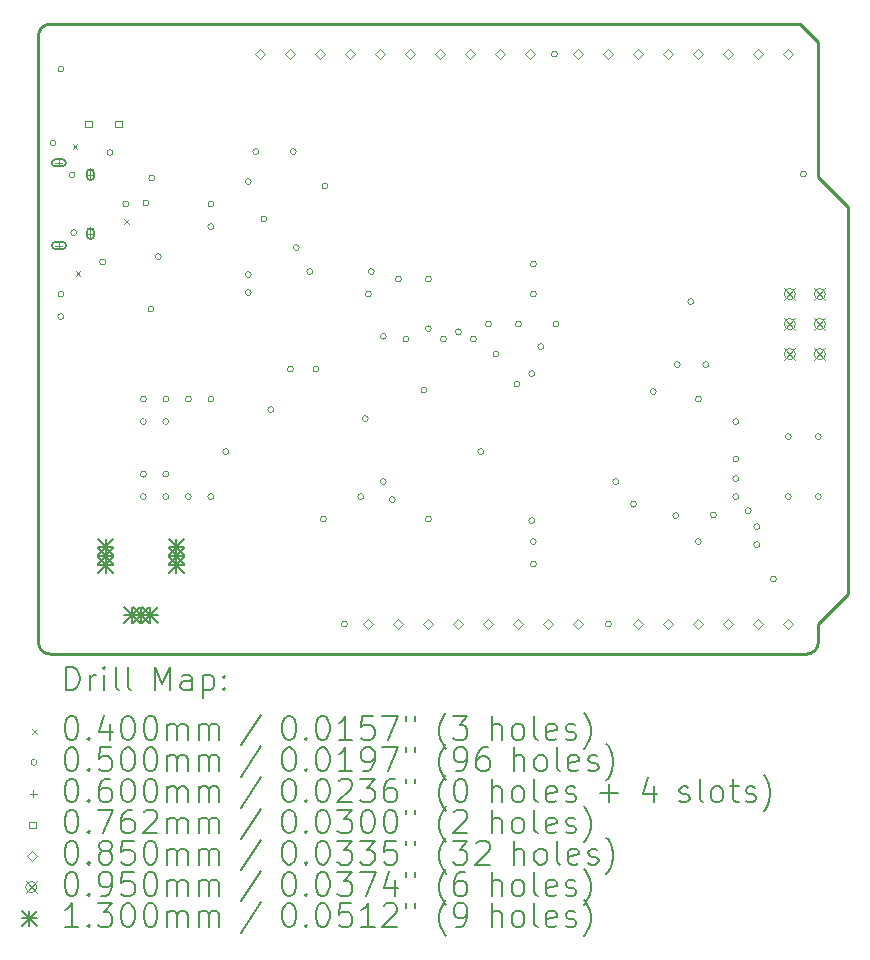
<source format=gbr>
%TF.GenerationSoftware,KiCad,Pcbnew,(7.0.0-0)*%
%TF.CreationDate,2023-02-27T08:41:11+01:00*%
%TF.ProjectId,Leonardo_Rev3e,4c656f6e-6172-4646-9f5f-52657633652e,3d*%
%TF.SameCoordinates,Original*%
%TF.FileFunction,Drillmap*%
%TF.FilePolarity,Positive*%
%FSLAX45Y45*%
G04 Gerber Fmt 4.5, Leading zero omitted, Abs format (unit mm)*
G04 Created by KiCad (PCBNEW (7.0.0-0)) date 2023-02-27 08:41:11*
%MOMM*%
%LPD*%
G01*
G04 APERTURE LIST*
%ADD10C,0.254000*%
%ADD11C,0.200000*%
%ADD12C,0.040000*%
%ADD13C,0.050000*%
%ADD14C,0.060000*%
%ADD15C,0.076200*%
%ADD16C,0.085000*%
%ADD17C,0.095000*%
%ADD18C,0.130000*%
G04 APERTURE END LIST*
D10*
X18025110Y-12913360D02*
X18025110Y-13067360D01*
X18025110Y-9128760D02*
X18279110Y-9382760D01*
X11421110Y-13067360D02*
X11421110Y-7933360D01*
X17872710Y-7833360D02*
X18025110Y-7985760D01*
X18279110Y-9382760D02*
X18279110Y-12659360D01*
X11421110Y-13067360D02*
G75*
G03*
X11521110Y-13167360I100000J0D01*
G01*
X18025110Y-7985760D02*
X18025110Y-9128760D01*
X11521110Y-7833360D02*
X17872710Y-7833360D01*
X17925110Y-13167360D02*
X11521110Y-13167360D01*
X11521110Y-7833360D02*
G75*
G03*
X11421110Y-7933360I0J-100000D01*
G01*
X17925110Y-13167360D02*
G75*
G03*
X18025110Y-13067360I0J100000D01*
G01*
X18279110Y-12659360D02*
X18025110Y-12913360D01*
D11*
D12*
X11712000Y-8850000D02*
X11752000Y-8890000D01*
X11752000Y-8850000D02*
X11712000Y-8890000D01*
X11737000Y-9925000D02*
X11777000Y-9965000D01*
X11777000Y-9925000D02*
X11737000Y-9965000D01*
X12144567Y-9487707D02*
X12184567Y-9527707D01*
X12184567Y-9487707D02*
X12144567Y-9527707D01*
D13*
X11570290Y-8840583D02*
G75*
G03*
X11570290Y-8840583I-25000J0D01*
G01*
X11636610Y-8214360D02*
G75*
G03*
X11636610Y-8214360I-25000J0D01*
G01*
X11636610Y-10119360D02*
G75*
G03*
X11636610Y-10119360I-25000J0D01*
G01*
X11636610Y-10309860D02*
G75*
G03*
X11636610Y-10309860I-25000J0D01*
G01*
X11732000Y-9110000D02*
G75*
G03*
X11732000Y-9110000I-25000J0D01*
G01*
X11746000Y-9599000D02*
G75*
G03*
X11746000Y-9599000I-25000J0D01*
G01*
X11991000Y-9848000D02*
G75*
G03*
X11991000Y-9848000I-25000J0D01*
G01*
X12053000Y-8921000D02*
G75*
G03*
X12053000Y-8921000I-25000J0D01*
G01*
X12186000Y-9355950D02*
G75*
G03*
X12186000Y-9355950I-25000J0D01*
G01*
X12335110Y-11008360D02*
G75*
G03*
X12335110Y-11008360I-25000J0D01*
G01*
X12335110Y-11198360D02*
G75*
G03*
X12335110Y-11198360I-25000J0D01*
G01*
X12335110Y-11643860D02*
G75*
G03*
X12335110Y-11643860I-25000J0D01*
G01*
X12335110Y-11833860D02*
G75*
G03*
X12335110Y-11833860I-25000J0D01*
G01*
X12356110Y-9347360D02*
G75*
G03*
X12356110Y-9347360I-25000J0D01*
G01*
X12398610Y-10246360D02*
G75*
G03*
X12398610Y-10246360I-25000J0D01*
G01*
X12406110Y-9137360D02*
G75*
G03*
X12406110Y-9137360I-25000J0D01*
G01*
X12462110Y-9801860D02*
G75*
G03*
X12462110Y-9801860I-25000J0D01*
G01*
X12525110Y-11643860D02*
G75*
G03*
X12525110Y-11643860I-25000J0D01*
G01*
X12525610Y-11008360D02*
G75*
G03*
X12525610Y-11008360I-25000J0D01*
G01*
X12525610Y-11198360D02*
G75*
G03*
X12525610Y-11198360I-25000J0D01*
G01*
X12525610Y-11833860D02*
G75*
G03*
X12525610Y-11833860I-25000J0D01*
G01*
X12716110Y-11008360D02*
G75*
G03*
X12716110Y-11008360I-25000J0D01*
G01*
X12716110Y-11833860D02*
G75*
G03*
X12716110Y-11833860I-25000J0D01*
G01*
X12906610Y-9357360D02*
G75*
G03*
X12906610Y-9357360I-25000J0D01*
G01*
X12906610Y-9547860D02*
G75*
G03*
X12906610Y-9547860I-25000J0D01*
G01*
X12906610Y-11008360D02*
G75*
G03*
X12906610Y-11008360I-25000J0D01*
G01*
X12906610Y-11833860D02*
G75*
G03*
X12906610Y-11833860I-25000J0D01*
G01*
X13033610Y-11452860D02*
G75*
G03*
X13033610Y-11452860I-25000J0D01*
G01*
X13224110Y-9166860D02*
G75*
G03*
X13224110Y-9166860I-25000J0D01*
G01*
X13224110Y-9954260D02*
G75*
G03*
X13224110Y-9954260I-25000J0D01*
G01*
X13224110Y-10106660D02*
G75*
G03*
X13224110Y-10106660I-25000J0D01*
G01*
X13287610Y-8912860D02*
G75*
G03*
X13287610Y-8912860I-25000J0D01*
G01*
X13355110Y-9484360D02*
G75*
G03*
X13355110Y-9484360I-25000J0D01*
G01*
X13414610Y-11097260D02*
G75*
G03*
X13414610Y-11097260I-25000J0D01*
G01*
X13579710Y-10754360D02*
G75*
G03*
X13579710Y-10754360I-25000J0D01*
G01*
X13605110Y-8912860D02*
G75*
G03*
X13605110Y-8912860I-25000J0D01*
G01*
X13630510Y-9725660D02*
G75*
G03*
X13630510Y-9725660I-25000J0D01*
G01*
X13744810Y-9928860D02*
G75*
G03*
X13744810Y-9928860I-25000J0D01*
G01*
X13795610Y-10754360D02*
G75*
G03*
X13795610Y-10754360I-25000J0D01*
G01*
X13859110Y-12024360D02*
G75*
G03*
X13859110Y-12024360I-25000J0D01*
G01*
X13871810Y-9204960D02*
G75*
G03*
X13871810Y-9204960I-25000J0D01*
G01*
X14036910Y-12913360D02*
G75*
G03*
X14036910Y-12913360I-25000J0D01*
G01*
X14176610Y-11833860D02*
G75*
G03*
X14176610Y-11833860I-25000J0D01*
G01*
X14214710Y-11173460D02*
G75*
G03*
X14214710Y-11173460I-25000J0D01*
G01*
X14240110Y-10119360D02*
G75*
G03*
X14240110Y-10119360I-25000J0D01*
G01*
X14265510Y-9928860D02*
G75*
G03*
X14265510Y-9928860I-25000J0D01*
G01*
X14367110Y-10477110D02*
G75*
G03*
X14367110Y-10477110I-25000J0D01*
G01*
X14367110Y-11706860D02*
G75*
G03*
X14367110Y-11706860I-25000J0D01*
G01*
X14443310Y-11859260D02*
G75*
G03*
X14443310Y-11859260I-25000J0D01*
G01*
X14494110Y-9992360D02*
G75*
G03*
X14494110Y-9992360I-25000J0D01*
G01*
X14557610Y-10500360D02*
G75*
G03*
X14557610Y-10500360I-25000J0D01*
G01*
X14710010Y-10932160D02*
G75*
G03*
X14710010Y-10932160I-25000J0D01*
G01*
X14748110Y-9992360D02*
G75*
G03*
X14748110Y-9992360I-25000J0D01*
G01*
X14748110Y-10411890D02*
G75*
G03*
X14748110Y-10411890I-25000J0D01*
G01*
X14748110Y-12024360D02*
G75*
G03*
X14748110Y-12024360I-25000J0D01*
G01*
X14875110Y-10500360D02*
G75*
G03*
X14875110Y-10500360I-25000J0D01*
G01*
X15002110Y-10438890D02*
G75*
G03*
X15002110Y-10438890I-25000J0D01*
G01*
X15129110Y-10500360D02*
G75*
G03*
X15129110Y-10500360I-25000J0D01*
G01*
X15192610Y-11452860D02*
G75*
G03*
X15192610Y-11452860I-25000J0D01*
G01*
X15256110Y-10373360D02*
G75*
G03*
X15256110Y-10373360I-25000J0D01*
G01*
X15319610Y-10627360D02*
G75*
G03*
X15319610Y-10627360I-25000J0D01*
G01*
X15497410Y-10881360D02*
G75*
G03*
X15497410Y-10881360I-25000J0D01*
G01*
X15510110Y-10373360D02*
G75*
G03*
X15510110Y-10373360I-25000J0D01*
G01*
X15624410Y-10792460D02*
G75*
G03*
X15624410Y-10792460I-25000J0D01*
G01*
X15624410Y-12037060D02*
G75*
G03*
X15624410Y-12037060I-25000J0D01*
G01*
X15637110Y-9865360D02*
G75*
G03*
X15637110Y-9865360I-25000J0D01*
G01*
X15637110Y-10119360D02*
G75*
G03*
X15637110Y-10119360I-25000J0D01*
G01*
X15637110Y-12214860D02*
G75*
G03*
X15637110Y-12214860I-25000J0D01*
G01*
X15637110Y-12405360D02*
G75*
G03*
X15637110Y-12405360I-25000J0D01*
G01*
X15700610Y-10563860D02*
G75*
G03*
X15700610Y-10563860I-25000J0D01*
G01*
X15814910Y-8087360D02*
G75*
G03*
X15814910Y-8087360I-25000J0D01*
G01*
X15827610Y-10373360D02*
G75*
G03*
X15827610Y-10373360I-25000J0D01*
G01*
X16272110Y-12913360D02*
G75*
G03*
X16272110Y-12913360I-25000J0D01*
G01*
X16335610Y-11706860D02*
G75*
G03*
X16335610Y-11706860I-25000J0D01*
G01*
X16485470Y-11897360D02*
G75*
G03*
X16485470Y-11897360I-25000J0D01*
G01*
X16653110Y-10944860D02*
G75*
G03*
X16653110Y-10944860I-25000J0D01*
G01*
X16843610Y-11994360D02*
G75*
G03*
X16843610Y-11994360I-25000J0D01*
G01*
X16856310Y-10716260D02*
G75*
G03*
X16856310Y-10716260I-25000J0D01*
G01*
X16970610Y-10182860D02*
G75*
G03*
X16970610Y-10182860I-25000J0D01*
G01*
X17034110Y-11008360D02*
G75*
G03*
X17034110Y-11008360I-25000J0D01*
G01*
X17034110Y-12214860D02*
G75*
G03*
X17034110Y-12214860I-25000J0D01*
G01*
X17097610Y-10716260D02*
G75*
G03*
X17097610Y-10716260I-25000J0D01*
G01*
X17161110Y-11988800D02*
G75*
G03*
X17161110Y-11988800I-25000J0D01*
G01*
X17351610Y-11198860D02*
G75*
G03*
X17351610Y-11198860I-25000J0D01*
G01*
X17351610Y-11516360D02*
G75*
G03*
X17351610Y-11516360I-25000J0D01*
G01*
X17351610Y-11681460D02*
G75*
G03*
X17351610Y-11681460I-25000J0D01*
G01*
X17351610Y-11833860D02*
G75*
G03*
X17351610Y-11833860I-25000J0D01*
G01*
X17455750Y-11953240D02*
G75*
G03*
X17455750Y-11953240I-25000J0D01*
G01*
X17529410Y-12087860D02*
G75*
G03*
X17529410Y-12087860I-25000J0D01*
G01*
X17529410Y-12240260D02*
G75*
G03*
X17529410Y-12240260I-25000J0D01*
G01*
X17669110Y-12532360D02*
G75*
G03*
X17669110Y-12532360I-25000J0D01*
G01*
X17796110Y-11325860D02*
G75*
G03*
X17796110Y-11325860I-25000J0D01*
G01*
X17796110Y-11833860D02*
G75*
G03*
X17796110Y-11833860I-25000J0D01*
G01*
X17923110Y-9103360D02*
G75*
G03*
X17923110Y-9103360I-25000J0D01*
G01*
X18050110Y-11325860D02*
G75*
G03*
X18050110Y-11325860I-25000J0D01*
G01*
X18050110Y-11833860D02*
G75*
G03*
X18050110Y-11833860I-25000J0D01*
G01*
D14*
X11594760Y-8978000D02*
X11594760Y-9038000D01*
X11564760Y-9008000D02*
X11624760Y-9008000D01*
D11*
X11565060Y-9038000D02*
X11624460Y-9038000D01*
X11624460Y-9038000D02*
G75*
G03*
X11624460Y-8978000I0J30000D01*
G01*
X11624460Y-8978000D02*
X11565060Y-8978000D01*
X11565060Y-8978000D02*
G75*
G03*
X11565060Y-9038000I0J-30000D01*
G01*
D14*
X11594760Y-9678000D02*
X11594760Y-9738000D01*
X11564760Y-9708000D02*
X11624760Y-9708000D01*
D11*
X11565060Y-9738000D02*
X11624460Y-9738000D01*
X11624460Y-9738000D02*
G75*
G03*
X11624460Y-9678000I0J30000D01*
G01*
X11624460Y-9678000D02*
X11565060Y-9678000D01*
X11565060Y-9678000D02*
G75*
G03*
X11565060Y-9738000I0J-30000D01*
G01*
D14*
X11862260Y-9078000D02*
X11862260Y-9138000D01*
X11832260Y-9108000D02*
X11892260Y-9108000D01*
D11*
X11832260Y-9093000D02*
X11832260Y-9123000D01*
X11832260Y-9123000D02*
G75*
G03*
X11892260Y-9123000I30000J0D01*
G01*
X11892260Y-9123000D02*
X11892260Y-9093000D01*
X11892260Y-9093000D02*
G75*
G03*
X11832260Y-9093000I-30000J0D01*
G01*
D14*
X11862260Y-9578000D02*
X11862260Y-9638000D01*
X11832260Y-9608000D02*
X11892260Y-9608000D01*
D11*
X11832260Y-9593000D02*
X11832260Y-9623000D01*
X11832260Y-9623000D02*
G75*
G03*
X11892260Y-9623000I30000J0D01*
G01*
X11892260Y-9623000D02*
X11892260Y-9593000D01*
X11892260Y-9593000D02*
G75*
G03*
X11832260Y-9593000I-30000J0D01*
G01*
D15*
X11873941Y-8707941D02*
X11873941Y-8654059D01*
X11820059Y-8654059D01*
X11820059Y-8707941D01*
X11873941Y-8707941D01*
X12127941Y-8707941D02*
X12127941Y-8654059D01*
X12074059Y-8654059D01*
X12074059Y-8707941D01*
X12127941Y-8707941D01*
D16*
X13300710Y-8129860D02*
X13343210Y-8087360D01*
X13300710Y-8044860D01*
X13258210Y-8087360D01*
X13300710Y-8129860D01*
X13554710Y-8129860D02*
X13597210Y-8087360D01*
X13554710Y-8044860D01*
X13512210Y-8087360D01*
X13554710Y-8129860D01*
X13808710Y-8129860D02*
X13851210Y-8087360D01*
X13808710Y-8044860D01*
X13766210Y-8087360D01*
X13808710Y-8129860D01*
X14062710Y-8129860D02*
X14105210Y-8087360D01*
X14062710Y-8044860D01*
X14020210Y-8087360D01*
X14062710Y-8129860D01*
X14215110Y-12955860D02*
X14257610Y-12913360D01*
X14215110Y-12870860D01*
X14172610Y-12913360D01*
X14215110Y-12955860D01*
X14316710Y-8129860D02*
X14359210Y-8087360D01*
X14316710Y-8044860D01*
X14274210Y-8087360D01*
X14316710Y-8129860D01*
X14469110Y-12955860D02*
X14511610Y-12913360D01*
X14469110Y-12870860D01*
X14426610Y-12913360D01*
X14469110Y-12955860D01*
X14570710Y-8129860D02*
X14613210Y-8087360D01*
X14570710Y-8044860D01*
X14528210Y-8087360D01*
X14570710Y-8129860D01*
X14723110Y-12955860D02*
X14765610Y-12913360D01*
X14723110Y-12870860D01*
X14680610Y-12913360D01*
X14723110Y-12955860D01*
X14824710Y-8129860D02*
X14867210Y-8087360D01*
X14824710Y-8044860D01*
X14782210Y-8087360D01*
X14824710Y-8129860D01*
X14977110Y-12955860D02*
X15019610Y-12913360D01*
X14977110Y-12870860D01*
X14934610Y-12913360D01*
X14977110Y-12955860D01*
X15078710Y-8129860D02*
X15121210Y-8087360D01*
X15078710Y-8044860D01*
X15036210Y-8087360D01*
X15078710Y-8129860D01*
X15231110Y-12955860D02*
X15273610Y-12913360D01*
X15231110Y-12870860D01*
X15188610Y-12913360D01*
X15231110Y-12955860D01*
X15332710Y-8129860D02*
X15375210Y-8087360D01*
X15332710Y-8044860D01*
X15290210Y-8087360D01*
X15332710Y-8129860D01*
X15485110Y-12955860D02*
X15527610Y-12913360D01*
X15485110Y-12870860D01*
X15442610Y-12913360D01*
X15485110Y-12955860D01*
X15586710Y-8129860D02*
X15629210Y-8087360D01*
X15586710Y-8044860D01*
X15544210Y-8087360D01*
X15586710Y-8129860D01*
X15739110Y-12955860D02*
X15781610Y-12913360D01*
X15739110Y-12870860D01*
X15696610Y-12913360D01*
X15739110Y-12955860D01*
X15993110Y-8129860D02*
X16035610Y-8087360D01*
X15993110Y-8044860D01*
X15950610Y-8087360D01*
X15993110Y-8129860D01*
X15993110Y-12955860D02*
X16035610Y-12913360D01*
X15993110Y-12870860D01*
X15950610Y-12913360D01*
X15993110Y-12955860D01*
X16247110Y-8129860D02*
X16289610Y-8087360D01*
X16247110Y-8044860D01*
X16204610Y-8087360D01*
X16247110Y-8129860D01*
X16501110Y-8129860D02*
X16543610Y-8087360D01*
X16501110Y-8044860D01*
X16458610Y-8087360D01*
X16501110Y-8129860D01*
X16501110Y-12955860D02*
X16543610Y-12913360D01*
X16501110Y-12870860D01*
X16458610Y-12913360D01*
X16501110Y-12955860D01*
X16755110Y-8129860D02*
X16797610Y-8087360D01*
X16755110Y-8044860D01*
X16712610Y-8087360D01*
X16755110Y-8129860D01*
X16755110Y-12955860D02*
X16797610Y-12913360D01*
X16755110Y-12870860D01*
X16712610Y-12913360D01*
X16755110Y-12955860D01*
X17009110Y-8129860D02*
X17051610Y-8087360D01*
X17009110Y-8044860D01*
X16966610Y-8087360D01*
X17009110Y-8129860D01*
X17009110Y-12955860D02*
X17051610Y-12913360D01*
X17009110Y-12870860D01*
X16966610Y-12913360D01*
X17009110Y-12955860D01*
X17263110Y-8129860D02*
X17305610Y-8087360D01*
X17263110Y-8044860D01*
X17220610Y-8087360D01*
X17263110Y-8129860D01*
X17263110Y-12955860D02*
X17305610Y-12913360D01*
X17263110Y-12870860D01*
X17220610Y-12913360D01*
X17263110Y-12955860D01*
X17517110Y-8129860D02*
X17559610Y-8087360D01*
X17517110Y-8044860D01*
X17474610Y-8087360D01*
X17517110Y-8129860D01*
X17517110Y-12955860D02*
X17559610Y-12913360D01*
X17517110Y-12870860D01*
X17474610Y-12913360D01*
X17517110Y-12955860D01*
X17771110Y-8129860D02*
X17813610Y-8087360D01*
X17771110Y-8044860D01*
X17728610Y-8087360D01*
X17771110Y-8129860D01*
X17771110Y-12955860D02*
X17813610Y-12913360D01*
X17771110Y-12870860D01*
X17728610Y-12913360D01*
X17771110Y-12955860D01*
D17*
X17736310Y-10071860D02*
X17831310Y-10166860D01*
X17831310Y-10071860D02*
X17736310Y-10166860D01*
X17831310Y-10119360D02*
G75*
G03*
X17831310Y-10119360I-47500J0D01*
G01*
X17736310Y-10325860D02*
X17831310Y-10420860D01*
X17831310Y-10325860D02*
X17736310Y-10420860D01*
X17831310Y-10373360D02*
G75*
G03*
X17831310Y-10373360I-47500J0D01*
G01*
X17736310Y-10579860D02*
X17831310Y-10674860D01*
X17831310Y-10579860D02*
X17736310Y-10674860D01*
X17831310Y-10627360D02*
G75*
G03*
X17831310Y-10627360I-47500J0D01*
G01*
X17990310Y-10071860D02*
X18085310Y-10166860D01*
X18085310Y-10071860D02*
X17990310Y-10166860D01*
X18085310Y-10119360D02*
G75*
G03*
X18085310Y-10119360I-47500J0D01*
G01*
X17990310Y-10325860D02*
X18085310Y-10420860D01*
X18085310Y-10325860D02*
X17990310Y-10420860D01*
X18085310Y-10373360D02*
G75*
G03*
X18085310Y-10373360I-47500J0D01*
G01*
X17990310Y-10579860D02*
X18085310Y-10674860D01*
X18085310Y-10579860D02*
X17990310Y-10674860D01*
X18085310Y-10627360D02*
G75*
G03*
X18085310Y-10627360I-47500J0D01*
G01*
D18*
X11925070Y-12195580D02*
X12055070Y-12325580D01*
X12055070Y-12195580D02*
X11925070Y-12325580D01*
X11990070Y-12195580D02*
X11990070Y-12325580D01*
X11925070Y-12260580D02*
X12055070Y-12260580D01*
X11925070Y-12271780D02*
X12055070Y-12401780D01*
X12055070Y-12271780D02*
X11925070Y-12401780D01*
X11990070Y-12271780D02*
X11990070Y-12401780D01*
X11925070Y-12336780D02*
X12055070Y-12336780D01*
X11925070Y-12347980D02*
X12055070Y-12477980D01*
X12055070Y-12347980D02*
X11925070Y-12477980D01*
X11990070Y-12347980D02*
X11990070Y-12477980D01*
X11925070Y-12412980D02*
X12055070Y-12412980D01*
X12148590Y-12772160D02*
X12278590Y-12902160D01*
X12278590Y-12772160D02*
X12148590Y-12902160D01*
X12213590Y-12772160D02*
X12213590Y-12902160D01*
X12148590Y-12837160D02*
X12278590Y-12837160D01*
X12224790Y-12772160D02*
X12354790Y-12902160D01*
X12354790Y-12772160D02*
X12224790Y-12902160D01*
X12289790Y-12772160D02*
X12289790Y-12902160D01*
X12224790Y-12837160D02*
X12354790Y-12837160D01*
X12300990Y-12772160D02*
X12430990Y-12902160D01*
X12430990Y-12772160D02*
X12300990Y-12902160D01*
X12365990Y-12772160D02*
X12365990Y-12902160D01*
X12300990Y-12837160D02*
X12430990Y-12837160D01*
X12524510Y-12195580D02*
X12654510Y-12325580D01*
X12654510Y-12195580D02*
X12524510Y-12325580D01*
X12589510Y-12195580D02*
X12589510Y-12325580D01*
X12524510Y-12260580D02*
X12654510Y-12260580D01*
X12524510Y-12271780D02*
X12654510Y-12401780D01*
X12654510Y-12271780D02*
X12524510Y-12401780D01*
X12589510Y-12271780D02*
X12589510Y-12401780D01*
X12524510Y-12336780D02*
X12654510Y-12336780D01*
X12524510Y-12347980D02*
X12654510Y-12477980D01*
X12654510Y-12347980D02*
X12524510Y-12477980D01*
X12589510Y-12347980D02*
X12589510Y-12477980D01*
X12524510Y-12412980D02*
X12654510Y-12412980D01*
D11*
X11656029Y-13473536D02*
X11656029Y-13273536D01*
X11656029Y-13273536D02*
X11703648Y-13273536D01*
X11703648Y-13273536D02*
X11732219Y-13283060D01*
X11732219Y-13283060D02*
X11751267Y-13302108D01*
X11751267Y-13302108D02*
X11760791Y-13321155D01*
X11760791Y-13321155D02*
X11770315Y-13359250D01*
X11770315Y-13359250D02*
X11770315Y-13387822D01*
X11770315Y-13387822D02*
X11760791Y-13425917D01*
X11760791Y-13425917D02*
X11751267Y-13444965D01*
X11751267Y-13444965D02*
X11732219Y-13464012D01*
X11732219Y-13464012D02*
X11703648Y-13473536D01*
X11703648Y-13473536D02*
X11656029Y-13473536D01*
X11856029Y-13473536D02*
X11856029Y-13340203D01*
X11856029Y-13378298D02*
X11865553Y-13359250D01*
X11865553Y-13359250D02*
X11875077Y-13349727D01*
X11875077Y-13349727D02*
X11894124Y-13340203D01*
X11894124Y-13340203D02*
X11913172Y-13340203D01*
X11979838Y-13473536D02*
X11979838Y-13340203D01*
X11979838Y-13273536D02*
X11970315Y-13283060D01*
X11970315Y-13283060D02*
X11979838Y-13292584D01*
X11979838Y-13292584D02*
X11989362Y-13283060D01*
X11989362Y-13283060D02*
X11979838Y-13273536D01*
X11979838Y-13273536D02*
X11979838Y-13292584D01*
X12103648Y-13473536D02*
X12084600Y-13464012D01*
X12084600Y-13464012D02*
X12075077Y-13444965D01*
X12075077Y-13444965D02*
X12075077Y-13273536D01*
X12208410Y-13473536D02*
X12189362Y-13464012D01*
X12189362Y-13464012D02*
X12179838Y-13444965D01*
X12179838Y-13444965D02*
X12179838Y-13273536D01*
X12404600Y-13473536D02*
X12404600Y-13273536D01*
X12404600Y-13273536D02*
X12471267Y-13416393D01*
X12471267Y-13416393D02*
X12537934Y-13273536D01*
X12537934Y-13273536D02*
X12537934Y-13473536D01*
X12718886Y-13473536D02*
X12718886Y-13368774D01*
X12718886Y-13368774D02*
X12709362Y-13349727D01*
X12709362Y-13349727D02*
X12690315Y-13340203D01*
X12690315Y-13340203D02*
X12652219Y-13340203D01*
X12652219Y-13340203D02*
X12633172Y-13349727D01*
X12718886Y-13464012D02*
X12699838Y-13473536D01*
X12699838Y-13473536D02*
X12652219Y-13473536D01*
X12652219Y-13473536D02*
X12633172Y-13464012D01*
X12633172Y-13464012D02*
X12623648Y-13444965D01*
X12623648Y-13444965D02*
X12623648Y-13425917D01*
X12623648Y-13425917D02*
X12633172Y-13406869D01*
X12633172Y-13406869D02*
X12652219Y-13397346D01*
X12652219Y-13397346D02*
X12699838Y-13397346D01*
X12699838Y-13397346D02*
X12718886Y-13387822D01*
X12814124Y-13340203D02*
X12814124Y-13540203D01*
X12814124Y-13349727D02*
X12833172Y-13340203D01*
X12833172Y-13340203D02*
X12871267Y-13340203D01*
X12871267Y-13340203D02*
X12890315Y-13349727D01*
X12890315Y-13349727D02*
X12899838Y-13359250D01*
X12899838Y-13359250D02*
X12909362Y-13378298D01*
X12909362Y-13378298D02*
X12909362Y-13435441D01*
X12909362Y-13435441D02*
X12899838Y-13454488D01*
X12899838Y-13454488D02*
X12890315Y-13464012D01*
X12890315Y-13464012D02*
X12871267Y-13473536D01*
X12871267Y-13473536D02*
X12833172Y-13473536D01*
X12833172Y-13473536D02*
X12814124Y-13464012D01*
X12995077Y-13454488D02*
X13004600Y-13464012D01*
X13004600Y-13464012D02*
X12995077Y-13473536D01*
X12995077Y-13473536D02*
X12985553Y-13464012D01*
X12985553Y-13464012D02*
X12995077Y-13454488D01*
X12995077Y-13454488D02*
X12995077Y-13473536D01*
X12995077Y-13349727D02*
X13004600Y-13359250D01*
X13004600Y-13359250D02*
X12995077Y-13368774D01*
X12995077Y-13368774D02*
X12985553Y-13359250D01*
X12985553Y-13359250D02*
X12995077Y-13349727D01*
X12995077Y-13349727D02*
X12995077Y-13368774D01*
D12*
X11368410Y-13800060D02*
X11408410Y-13840060D01*
X11408410Y-13800060D02*
X11368410Y-13840060D01*
D11*
X11694124Y-13693536D02*
X11713172Y-13693536D01*
X11713172Y-13693536D02*
X11732219Y-13703060D01*
X11732219Y-13703060D02*
X11741743Y-13712584D01*
X11741743Y-13712584D02*
X11751267Y-13731631D01*
X11751267Y-13731631D02*
X11760791Y-13769727D01*
X11760791Y-13769727D02*
X11760791Y-13817346D01*
X11760791Y-13817346D02*
X11751267Y-13855441D01*
X11751267Y-13855441D02*
X11741743Y-13874488D01*
X11741743Y-13874488D02*
X11732219Y-13884012D01*
X11732219Y-13884012D02*
X11713172Y-13893536D01*
X11713172Y-13893536D02*
X11694124Y-13893536D01*
X11694124Y-13893536D02*
X11675077Y-13884012D01*
X11675077Y-13884012D02*
X11665553Y-13874488D01*
X11665553Y-13874488D02*
X11656029Y-13855441D01*
X11656029Y-13855441D02*
X11646505Y-13817346D01*
X11646505Y-13817346D02*
X11646505Y-13769727D01*
X11646505Y-13769727D02*
X11656029Y-13731631D01*
X11656029Y-13731631D02*
X11665553Y-13712584D01*
X11665553Y-13712584D02*
X11675077Y-13703060D01*
X11675077Y-13703060D02*
X11694124Y-13693536D01*
X11846505Y-13874488D02*
X11856029Y-13884012D01*
X11856029Y-13884012D02*
X11846505Y-13893536D01*
X11846505Y-13893536D02*
X11836981Y-13884012D01*
X11836981Y-13884012D02*
X11846505Y-13874488D01*
X11846505Y-13874488D02*
X11846505Y-13893536D01*
X12027458Y-13760203D02*
X12027458Y-13893536D01*
X11979838Y-13684012D02*
X11932219Y-13826869D01*
X11932219Y-13826869D02*
X12056029Y-13826869D01*
X12170315Y-13693536D02*
X12189362Y-13693536D01*
X12189362Y-13693536D02*
X12208410Y-13703060D01*
X12208410Y-13703060D02*
X12217934Y-13712584D01*
X12217934Y-13712584D02*
X12227458Y-13731631D01*
X12227458Y-13731631D02*
X12236981Y-13769727D01*
X12236981Y-13769727D02*
X12236981Y-13817346D01*
X12236981Y-13817346D02*
X12227458Y-13855441D01*
X12227458Y-13855441D02*
X12217934Y-13874488D01*
X12217934Y-13874488D02*
X12208410Y-13884012D01*
X12208410Y-13884012D02*
X12189362Y-13893536D01*
X12189362Y-13893536D02*
X12170315Y-13893536D01*
X12170315Y-13893536D02*
X12151267Y-13884012D01*
X12151267Y-13884012D02*
X12141743Y-13874488D01*
X12141743Y-13874488D02*
X12132219Y-13855441D01*
X12132219Y-13855441D02*
X12122696Y-13817346D01*
X12122696Y-13817346D02*
X12122696Y-13769727D01*
X12122696Y-13769727D02*
X12132219Y-13731631D01*
X12132219Y-13731631D02*
X12141743Y-13712584D01*
X12141743Y-13712584D02*
X12151267Y-13703060D01*
X12151267Y-13703060D02*
X12170315Y-13693536D01*
X12360791Y-13693536D02*
X12379839Y-13693536D01*
X12379839Y-13693536D02*
X12398886Y-13703060D01*
X12398886Y-13703060D02*
X12408410Y-13712584D01*
X12408410Y-13712584D02*
X12417934Y-13731631D01*
X12417934Y-13731631D02*
X12427458Y-13769727D01*
X12427458Y-13769727D02*
X12427458Y-13817346D01*
X12427458Y-13817346D02*
X12417934Y-13855441D01*
X12417934Y-13855441D02*
X12408410Y-13874488D01*
X12408410Y-13874488D02*
X12398886Y-13884012D01*
X12398886Y-13884012D02*
X12379839Y-13893536D01*
X12379839Y-13893536D02*
X12360791Y-13893536D01*
X12360791Y-13893536D02*
X12341743Y-13884012D01*
X12341743Y-13884012D02*
X12332219Y-13874488D01*
X12332219Y-13874488D02*
X12322696Y-13855441D01*
X12322696Y-13855441D02*
X12313172Y-13817346D01*
X12313172Y-13817346D02*
X12313172Y-13769727D01*
X12313172Y-13769727D02*
X12322696Y-13731631D01*
X12322696Y-13731631D02*
X12332219Y-13712584D01*
X12332219Y-13712584D02*
X12341743Y-13703060D01*
X12341743Y-13703060D02*
X12360791Y-13693536D01*
X12513172Y-13893536D02*
X12513172Y-13760203D01*
X12513172Y-13779250D02*
X12522696Y-13769727D01*
X12522696Y-13769727D02*
X12541743Y-13760203D01*
X12541743Y-13760203D02*
X12570315Y-13760203D01*
X12570315Y-13760203D02*
X12589362Y-13769727D01*
X12589362Y-13769727D02*
X12598886Y-13788774D01*
X12598886Y-13788774D02*
X12598886Y-13893536D01*
X12598886Y-13788774D02*
X12608410Y-13769727D01*
X12608410Y-13769727D02*
X12627458Y-13760203D01*
X12627458Y-13760203D02*
X12656029Y-13760203D01*
X12656029Y-13760203D02*
X12675077Y-13769727D01*
X12675077Y-13769727D02*
X12684600Y-13788774D01*
X12684600Y-13788774D02*
X12684600Y-13893536D01*
X12779839Y-13893536D02*
X12779839Y-13760203D01*
X12779839Y-13779250D02*
X12789362Y-13769727D01*
X12789362Y-13769727D02*
X12808410Y-13760203D01*
X12808410Y-13760203D02*
X12836981Y-13760203D01*
X12836981Y-13760203D02*
X12856029Y-13769727D01*
X12856029Y-13769727D02*
X12865553Y-13788774D01*
X12865553Y-13788774D02*
X12865553Y-13893536D01*
X12865553Y-13788774D02*
X12875077Y-13769727D01*
X12875077Y-13769727D02*
X12894124Y-13760203D01*
X12894124Y-13760203D02*
X12922696Y-13760203D01*
X12922696Y-13760203D02*
X12941743Y-13769727D01*
X12941743Y-13769727D02*
X12951267Y-13788774D01*
X12951267Y-13788774D02*
X12951267Y-13893536D01*
X13309362Y-13684012D02*
X13137934Y-13941155D01*
X13534124Y-13693536D02*
X13553172Y-13693536D01*
X13553172Y-13693536D02*
X13572220Y-13703060D01*
X13572220Y-13703060D02*
X13581743Y-13712584D01*
X13581743Y-13712584D02*
X13591267Y-13731631D01*
X13591267Y-13731631D02*
X13600791Y-13769727D01*
X13600791Y-13769727D02*
X13600791Y-13817346D01*
X13600791Y-13817346D02*
X13591267Y-13855441D01*
X13591267Y-13855441D02*
X13581743Y-13874488D01*
X13581743Y-13874488D02*
X13572220Y-13884012D01*
X13572220Y-13884012D02*
X13553172Y-13893536D01*
X13553172Y-13893536D02*
X13534124Y-13893536D01*
X13534124Y-13893536D02*
X13515077Y-13884012D01*
X13515077Y-13884012D02*
X13505553Y-13874488D01*
X13505553Y-13874488D02*
X13496029Y-13855441D01*
X13496029Y-13855441D02*
X13486505Y-13817346D01*
X13486505Y-13817346D02*
X13486505Y-13769727D01*
X13486505Y-13769727D02*
X13496029Y-13731631D01*
X13496029Y-13731631D02*
X13505553Y-13712584D01*
X13505553Y-13712584D02*
X13515077Y-13703060D01*
X13515077Y-13703060D02*
X13534124Y-13693536D01*
X13686505Y-13874488D02*
X13696029Y-13884012D01*
X13696029Y-13884012D02*
X13686505Y-13893536D01*
X13686505Y-13893536D02*
X13676981Y-13884012D01*
X13676981Y-13884012D02*
X13686505Y-13874488D01*
X13686505Y-13874488D02*
X13686505Y-13893536D01*
X13819839Y-13693536D02*
X13838886Y-13693536D01*
X13838886Y-13693536D02*
X13857934Y-13703060D01*
X13857934Y-13703060D02*
X13867458Y-13712584D01*
X13867458Y-13712584D02*
X13876981Y-13731631D01*
X13876981Y-13731631D02*
X13886505Y-13769727D01*
X13886505Y-13769727D02*
X13886505Y-13817346D01*
X13886505Y-13817346D02*
X13876981Y-13855441D01*
X13876981Y-13855441D02*
X13867458Y-13874488D01*
X13867458Y-13874488D02*
X13857934Y-13884012D01*
X13857934Y-13884012D02*
X13838886Y-13893536D01*
X13838886Y-13893536D02*
X13819839Y-13893536D01*
X13819839Y-13893536D02*
X13800791Y-13884012D01*
X13800791Y-13884012D02*
X13791267Y-13874488D01*
X13791267Y-13874488D02*
X13781743Y-13855441D01*
X13781743Y-13855441D02*
X13772220Y-13817346D01*
X13772220Y-13817346D02*
X13772220Y-13769727D01*
X13772220Y-13769727D02*
X13781743Y-13731631D01*
X13781743Y-13731631D02*
X13791267Y-13712584D01*
X13791267Y-13712584D02*
X13800791Y-13703060D01*
X13800791Y-13703060D02*
X13819839Y-13693536D01*
X14076981Y-13893536D02*
X13962696Y-13893536D01*
X14019839Y-13893536D02*
X14019839Y-13693536D01*
X14019839Y-13693536D02*
X14000791Y-13722108D01*
X14000791Y-13722108D02*
X13981743Y-13741155D01*
X13981743Y-13741155D02*
X13962696Y-13750679D01*
X14257934Y-13693536D02*
X14162696Y-13693536D01*
X14162696Y-13693536D02*
X14153172Y-13788774D01*
X14153172Y-13788774D02*
X14162696Y-13779250D01*
X14162696Y-13779250D02*
X14181743Y-13769727D01*
X14181743Y-13769727D02*
X14229362Y-13769727D01*
X14229362Y-13769727D02*
X14248410Y-13779250D01*
X14248410Y-13779250D02*
X14257934Y-13788774D01*
X14257934Y-13788774D02*
X14267458Y-13807822D01*
X14267458Y-13807822D02*
X14267458Y-13855441D01*
X14267458Y-13855441D02*
X14257934Y-13874488D01*
X14257934Y-13874488D02*
X14248410Y-13884012D01*
X14248410Y-13884012D02*
X14229362Y-13893536D01*
X14229362Y-13893536D02*
X14181743Y-13893536D01*
X14181743Y-13893536D02*
X14162696Y-13884012D01*
X14162696Y-13884012D02*
X14153172Y-13874488D01*
X14334124Y-13693536D02*
X14467458Y-13693536D01*
X14467458Y-13693536D02*
X14381743Y-13893536D01*
X14534124Y-13693536D02*
X14534124Y-13731631D01*
X14610315Y-13693536D02*
X14610315Y-13731631D01*
X14873172Y-13969727D02*
X14863648Y-13960203D01*
X14863648Y-13960203D02*
X14844601Y-13931631D01*
X14844601Y-13931631D02*
X14835077Y-13912584D01*
X14835077Y-13912584D02*
X14825553Y-13884012D01*
X14825553Y-13884012D02*
X14816029Y-13836393D01*
X14816029Y-13836393D02*
X14816029Y-13798298D01*
X14816029Y-13798298D02*
X14825553Y-13750679D01*
X14825553Y-13750679D02*
X14835077Y-13722108D01*
X14835077Y-13722108D02*
X14844601Y-13703060D01*
X14844601Y-13703060D02*
X14863648Y-13674488D01*
X14863648Y-13674488D02*
X14873172Y-13664965D01*
X14930315Y-13693536D02*
X15054124Y-13693536D01*
X15054124Y-13693536D02*
X14987458Y-13769727D01*
X14987458Y-13769727D02*
X15016029Y-13769727D01*
X15016029Y-13769727D02*
X15035077Y-13779250D01*
X15035077Y-13779250D02*
X15044601Y-13788774D01*
X15044601Y-13788774D02*
X15054124Y-13807822D01*
X15054124Y-13807822D02*
X15054124Y-13855441D01*
X15054124Y-13855441D02*
X15044601Y-13874488D01*
X15044601Y-13874488D02*
X15035077Y-13884012D01*
X15035077Y-13884012D02*
X15016029Y-13893536D01*
X15016029Y-13893536D02*
X14958886Y-13893536D01*
X14958886Y-13893536D02*
X14939839Y-13884012D01*
X14939839Y-13884012D02*
X14930315Y-13874488D01*
X15259839Y-13893536D02*
X15259839Y-13693536D01*
X15345553Y-13893536D02*
X15345553Y-13788774D01*
X15345553Y-13788774D02*
X15336029Y-13769727D01*
X15336029Y-13769727D02*
X15316982Y-13760203D01*
X15316982Y-13760203D02*
X15288410Y-13760203D01*
X15288410Y-13760203D02*
X15269362Y-13769727D01*
X15269362Y-13769727D02*
X15259839Y-13779250D01*
X15469362Y-13893536D02*
X15450315Y-13884012D01*
X15450315Y-13884012D02*
X15440791Y-13874488D01*
X15440791Y-13874488D02*
X15431267Y-13855441D01*
X15431267Y-13855441D02*
X15431267Y-13798298D01*
X15431267Y-13798298D02*
X15440791Y-13779250D01*
X15440791Y-13779250D02*
X15450315Y-13769727D01*
X15450315Y-13769727D02*
X15469362Y-13760203D01*
X15469362Y-13760203D02*
X15497934Y-13760203D01*
X15497934Y-13760203D02*
X15516982Y-13769727D01*
X15516982Y-13769727D02*
X15526505Y-13779250D01*
X15526505Y-13779250D02*
X15536029Y-13798298D01*
X15536029Y-13798298D02*
X15536029Y-13855441D01*
X15536029Y-13855441D02*
X15526505Y-13874488D01*
X15526505Y-13874488D02*
X15516982Y-13884012D01*
X15516982Y-13884012D02*
X15497934Y-13893536D01*
X15497934Y-13893536D02*
X15469362Y-13893536D01*
X15650315Y-13893536D02*
X15631267Y-13884012D01*
X15631267Y-13884012D02*
X15621743Y-13864965D01*
X15621743Y-13864965D02*
X15621743Y-13693536D01*
X15802696Y-13884012D02*
X15783648Y-13893536D01*
X15783648Y-13893536D02*
X15745553Y-13893536D01*
X15745553Y-13893536D02*
X15726505Y-13884012D01*
X15726505Y-13884012D02*
X15716982Y-13864965D01*
X15716982Y-13864965D02*
X15716982Y-13788774D01*
X15716982Y-13788774D02*
X15726505Y-13769727D01*
X15726505Y-13769727D02*
X15745553Y-13760203D01*
X15745553Y-13760203D02*
X15783648Y-13760203D01*
X15783648Y-13760203D02*
X15802696Y-13769727D01*
X15802696Y-13769727D02*
X15812220Y-13788774D01*
X15812220Y-13788774D02*
X15812220Y-13807822D01*
X15812220Y-13807822D02*
X15716982Y-13826869D01*
X15888410Y-13884012D02*
X15907458Y-13893536D01*
X15907458Y-13893536D02*
X15945553Y-13893536D01*
X15945553Y-13893536D02*
X15964601Y-13884012D01*
X15964601Y-13884012D02*
X15974124Y-13864965D01*
X15974124Y-13864965D02*
X15974124Y-13855441D01*
X15974124Y-13855441D02*
X15964601Y-13836393D01*
X15964601Y-13836393D02*
X15945553Y-13826869D01*
X15945553Y-13826869D02*
X15916982Y-13826869D01*
X15916982Y-13826869D02*
X15897934Y-13817346D01*
X15897934Y-13817346D02*
X15888410Y-13798298D01*
X15888410Y-13798298D02*
X15888410Y-13788774D01*
X15888410Y-13788774D02*
X15897934Y-13769727D01*
X15897934Y-13769727D02*
X15916982Y-13760203D01*
X15916982Y-13760203D02*
X15945553Y-13760203D01*
X15945553Y-13760203D02*
X15964601Y-13769727D01*
X16040791Y-13969727D02*
X16050315Y-13960203D01*
X16050315Y-13960203D02*
X16069363Y-13931631D01*
X16069363Y-13931631D02*
X16078886Y-13912584D01*
X16078886Y-13912584D02*
X16088410Y-13884012D01*
X16088410Y-13884012D02*
X16097934Y-13836393D01*
X16097934Y-13836393D02*
X16097934Y-13798298D01*
X16097934Y-13798298D02*
X16088410Y-13750679D01*
X16088410Y-13750679D02*
X16078886Y-13722108D01*
X16078886Y-13722108D02*
X16069363Y-13703060D01*
X16069363Y-13703060D02*
X16050315Y-13674488D01*
X16050315Y-13674488D02*
X16040791Y-13664965D01*
D13*
X11408410Y-14084060D02*
G75*
G03*
X11408410Y-14084060I-25000J0D01*
G01*
D11*
X11694124Y-13957536D02*
X11713172Y-13957536D01*
X11713172Y-13957536D02*
X11732219Y-13967060D01*
X11732219Y-13967060D02*
X11741743Y-13976584D01*
X11741743Y-13976584D02*
X11751267Y-13995631D01*
X11751267Y-13995631D02*
X11760791Y-14033727D01*
X11760791Y-14033727D02*
X11760791Y-14081346D01*
X11760791Y-14081346D02*
X11751267Y-14119441D01*
X11751267Y-14119441D02*
X11741743Y-14138488D01*
X11741743Y-14138488D02*
X11732219Y-14148012D01*
X11732219Y-14148012D02*
X11713172Y-14157536D01*
X11713172Y-14157536D02*
X11694124Y-14157536D01*
X11694124Y-14157536D02*
X11675077Y-14148012D01*
X11675077Y-14148012D02*
X11665553Y-14138488D01*
X11665553Y-14138488D02*
X11656029Y-14119441D01*
X11656029Y-14119441D02*
X11646505Y-14081346D01*
X11646505Y-14081346D02*
X11646505Y-14033727D01*
X11646505Y-14033727D02*
X11656029Y-13995631D01*
X11656029Y-13995631D02*
X11665553Y-13976584D01*
X11665553Y-13976584D02*
X11675077Y-13967060D01*
X11675077Y-13967060D02*
X11694124Y-13957536D01*
X11846505Y-14138488D02*
X11856029Y-14148012D01*
X11856029Y-14148012D02*
X11846505Y-14157536D01*
X11846505Y-14157536D02*
X11836981Y-14148012D01*
X11836981Y-14148012D02*
X11846505Y-14138488D01*
X11846505Y-14138488D02*
X11846505Y-14157536D01*
X12036981Y-13957536D02*
X11941743Y-13957536D01*
X11941743Y-13957536D02*
X11932219Y-14052774D01*
X11932219Y-14052774D02*
X11941743Y-14043250D01*
X11941743Y-14043250D02*
X11960791Y-14033727D01*
X11960791Y-14033727D02*
X12008410Y-14033727D01*
X12008410Y-14033727D02*
X12027458Y-14043250D01*
X12027458Y-14043250D02*
X12036981Y-14052774D01*
X12036981Y-14052774D02*
X12046505Y-14071822D01*
X12046505Y-14071822D02*
X12046505Y-14119441D01*
X12046505Y-14119441D02*
X12036981Y-14138488D01*
X12036981Y-14138488D02*
X12027458Y-14148012D01*
X12027458Y-14148012D02*
X12008410Y-14157536D01*
X12008410Y-14157536D02*
X11960791Y-14157536D01*
X11960791Y-14157536D02*
X11941743Y-14148012D01*
X11941743Y-14148012D02*
X11932219Y-14138488D01*
X12170315Y-13957536D02*
X12189362Y-13957536D01*
X12189362Y-13957536D02*
X12208410Y-13967060D01*
X12208410Y-13967060D02*
X12217934Y-13976584D01*
X12217934Y-13976584D02*
X12227458Y-13995631D01*
X12227458Y-13995631D02*
X12236981Y-14033727D01*
X12236981Y-14033727D02*
X12236981Y-14081346D01*
X12236981Y-14081346D02*
X12227458Y-14119441D01*
X12227458Y-14119441D02*
X12217934Y-14138488D01*
X12217934Y-14138488D02*
X12208410Y-14148012D01*
X12208410Y-14148012D02*
X12189362Y-14157536D01*
X12189362Y-14157536D02*
X12170315Y-14157536D01*
X12170315Y-14157536D02*
X12151267Y-14148012D01*
X12151267Y-14148012D02*
X12141743Y-14138488D01*
X12141743Y-14138488D02*
X12132219Y-14119441D01*
X12132219Y-14119441D02*
X12122696Y-14081346D01*
X12122696Y-14081346D02*
X12122696Y-14033727D01*
X12122696Y-14033727D02*
X12132219Y-13995631D01*
X12132219Y-13995631D02*
X12141743Y-13976584D01*
X12141743Y-13976584D02*
X12151267Y-13967060D01*
X12151267Y-13967060D02*
X12170315Y-13957536D01*
X12360791Y-13957536D02*
X12379839Y-13957536D01*
X12379839Y-13957536D02*
X12398886Y-13967060D01*
X12398886Y-13967060D02*
X12408410Y-13976584D01*
X12408410Y-13976584D02*
X12417934Y-13995631D01*
X12417934Y-13995631D02*
X12427458Y-14033727D01*
X12427458Y-14033727D02*
X12427458Y-14081346D01*
X12427458Y-14081346D02*
X12417934Y-14119441D01*
X12417934Y-14119441D02*
X12408410Y-14138488D01*
X12408410Y-14138488D02*
X12398886Y-14148012D01*
X12398886Y-14148012D02*
X12379839Y-14157536D01*
X12379839Y-14157536D02*
X12360791Y-14157536D01*
X12360791Y-14157536D02*
X12341743Y-14148012D01*
X12341743Y-14148012D02*
X12332219Y-14138488D01*
X12332219Y-14138488D02*
X12322696Y-14119441D01*
X12322696Y-14119441D02*
X12313172Y-14081346D01*
X12313172Y-14081346D02*
X12313172Y-14033727D01*
X12313172Y-14033727D02*
X12322696Y-13995631D01*
X12322696Y-13995631D02*
X12332219Y-13976584D01*
X12332219Y-13976584D02*
X12341743Y-13967060D01*
X12341743Y-13967060D02*
X12360791Y-13957536D01*
X12513172Y-14157536D02*
X12513172Y-14024203D01*
X12513172Y-14043250D02*
X12522696Y-14033727D01*
X12522696Y-14033727D02*
X12541743Y-14024203D01*
X12541743Y-14024203D02*
X12570315Y-14024203D01*
X12570315Y-14024203D02*
X12589362Y-14033727D01*
X12589362Y-14033727D02*
X12598886Y-14052774D01*
X12598886Y-14052774D02*
X12598886Y-14157536D01*
X12598886Y-14052774D02*
X12608410Y-14033727D01*
X12608410Y-14033727D02*
X12627458Y-14024203D01*
X12627458Y-14024203D02*
X12656029Y-14024203D01*
X12656029Y-14024203D02*
X12675077Y-14033727D01*
X12675077Y-14033727D02*
X12684600Y-14052774D01*
X12684600Y-14052774D02*
X12684600Y-14157536D01*
X12779839Y-14157536D02*
X12779839Y-14024203D01*
X12779839Y-14043250D02*
X12789362Y-14033727D01*
X12789362Y-14033727D02*
X12808410Y-14024203D01*
X12808410Y-14024203D02*
X12836981Y-14024203D01*
X12836981Y-14024203D02*
X12856029Y-14033727D01*
X12856029Y-14033727D02*
X12865553Y-14052774D01*
X12865553Y-14052774D02*
X12865553Y-14157536D01*
X12865553Y-14052774D02*
X12875077Y-14033727D01*
X12875077Y-14033727D02*
X12894124Y-14024203D01*
X12894124Y-14024203D02*
X12922696Y-14024203D01*
X12922696Y-14024203D02*
X12941743Y-14033727D01*
X12941743Y-14033727D02*
X12951267Y-14052774D01*
X12951267Y-14052774D02*
X12951267Y-14157536D01*
X13309362Y-13948012D02*
X13137934Y-14205155D01*
X13534124Y-13957536D02*
X13553172Y-13957536D01*
X13553172Y-13957536D02*
X13572220Y-13967060D01*
X13572220Y-13967060D02*
X13581743Y-13976584D01*
X13581743Y-13976584D02*
X13591267Y-13995631D01*
X13591267Y-13995631D02*
X13600791Y-14033727D01*
X13600791Y-14033727D02*
X13600791Y-14081346D01*
X13600791Y-14081346D02*
X13591267Y-14119441D01*
X13591267Y-14119441D02*
X13581743Y-14138488D01*
X13581743Y-14138488D02*
X13572220Y-14148012D01*
X13572220Y-14148012D02*
X13553172Y-14157536D01*
X13553172Y-14157536D02*
X13534124Y-14157536D01*
X13534124Y-14157536D02*
X13515077Y-14148012D01*
X13515077Y-14148012D02*
X13505553Y-14138488D01*
X13505553Y-14138488D02*
X13496029Y-14119441D01*
X13496029Y-14119441D02*
X13486505Y-14081346D01*
X13486505Y-14081346D02*
X13486505Y-14033727D01*
X13486505Y-14033727D02*
X13496029Y-13995631D01*
X13496029Y-13995631D02*
X13505553Y-13976584D01*
X13505553Y-13976584D02*
X13515077Y-13967060D01*
X13515077Y-13967060D02*
X13534124Y-13957536D01*
X13686505Y-14138488D02*
X13696029Y-14148012D01*
X13696029Y-14148012D02*
X13686505Y-14157536D01*
X13686505Y-14157536D02*
X13676981Y-14148012D01*
X13676981Y-14148012D02*
X13686505Y-14138488D01*
X13686505Y-14138488D02*
X13686505Y-14157536D01*
X13819839Y-13957536D02*
X13838886Y-13957536D01*
X13838886Y-13957536D02*
X13857934Y-13967060D01*
X13857934Y-13967060D02*
X13867458Y-13976584D01*
X13867458Y-13976584D02*
X13876981Y-13995631D01*
X13876981Y-13995631D02*
X13886505Y-14033727D01*
X13886505Y-14033727D02*
X13886505Y-14081346D01*
X13886505Y-14081346D02*
X13876981Y-14119441D01*
X13876981Y-14119441D02*
X13867458Y-14138488D01*
X13867458Y-14138488D02*
X13857934Y-14148012D01*
X13857934Y-14148012D02*
X13838886Y-14157536D01*
X13838886Y-14157536D02*
X13819839Y-14157536D01*
X13819839Y-14157536D02*
X13800791Y-14148012D01*
X13800791Y-14148012D02*
X13791267Y-14138488D01*
X13791267Y-14138488D02*
X13781743Y-14119441D01*
X13781743Y-14119441D02*
X13772220Y-14081346D01*
X13772220Y-14081346D02*
X13772220Y-14033727D01*
X13772220Y-14033727D02*
X13781743Y-13995631D01*
X13781743Y-13995631D02*
X13791267Y-13976584D01*
X13791267Y-13976584D02*
X13800791Y-13967060D01*
X13800791Y-13967060D02*
X13819839Y-13957536D01*
X14076981Y-14157536D02*
X13962696Y-14157536D01*
X14019839Y-14157536D02*
X14019839Y-13957536D01*
X14019839Y-13957536D02*
X14000791Y-13986108D01*
X14000791Y-13986108D02*
X13981743Y-14005155D01*
X13981743Y-14005155D02*
X13962696Y-14014679D01*
X14172220Y-14157536D02*
X14210315Y-14157536D01*
X14210315Y-14157536D02*
X14229362Y-14148012D01*
X14229362Y-14148012D02*
X14238886Y-14138488D01*
X14238886Y-14138488D02*
X14257934Y-14109917D01*
X14257934Y-14109917D02*
X14267458Y-14071822D01*
X14267458Y-14071822D02*
X14267458Y-13995631D01*
X14267458Y-13995631D02*
X14257934Y-13976584D01*
X14257934Y-13976584D02*
X14248410Y-13967060D01*
X14248410Y-13967060D02*
X14229362Y-13957536D01*
X14229362Y-13957536D02*
X14191267Y-13957536D01*
X14191267Y-13957536D02*
X14172220Y-13967060D01*
X14172220Y-13967060D02*
X14162696Y-13976584D01*
X14162696Y-13976584D02*
X14153172Y-13995631D01*
X14153172Y-13995631D02*
X14153172Y-14043250D01*
X14153172Y-14043250D02*
X14162696Y-14062298D01*
X14162696Y-14062298D02*
X14172220Y-14071822D01*
X14172220Y-14071822D02*
X14191267Y-14081346D01*
X14191267Y-14081346D02*
X14229362Y-14081346D01*
X14229362Y-14081346D02*
X14248410Y-14071822D01*
X14248410Y-14071822D02*
X14257934Y-14062298D01*
X14257934Y-14062298D02*
X14267458Y-14043250D01*
X14334124Y-13957536D02*
X14467458Y-13957536D01*
X14467458Y-13957536D02*
X14381743Y-14157536D01*
X14534124Y-13957536D02*
X14534124Y-13995631D01*
X14610315Y-13957536D02*
X14610315Y-13995631D01*
X14873172Y-14233727D02*
X14863648Y-14224203D01*
X14863648Y-14224203D02*
X14844601Y-14195631D01*
X14844601Y-14195631D02*
X14835077Y-14176584D01*
X14835077Y-14176584D02*
X14825553Y-14148012D01*
X14825553Y-14148012D02*
X14816029Y-14100393D01*
X14816029Y-14100393D02*
X14816029Y-14062298D01*
X14816029Y-14062298D02*
X14825553Y-14014679D01*
X14825553Y-14014679D02*
X14835077Y-13986108D01*
X14835077Y-13986108D02*
X14844601Y-13967060D01*
X14844601Y-13967060D02*
X14863648Y-13938488D01*
X14863648Y-13938488D02*
X14873172Y-13928965D01*
X14958886Y-14157536D02*
X14996981Y-14157536D01*
X14996981Y-14157536D02*
X15016029Y-14148012D01*
X15016029Y-14148012D02*
X15025553Y-14138488D01*
X15025553Y-14138488D02*
X15044601Y-14109917D01*
X15044601Y-14109917D02*
X15054124Y-14071822D01*
X15054124Y-14071822D02*
X15054124Y-13995631D01*
X15054124Y-13995631D02*
X15044601Y-13976584D01*
X15044601Y-13976584D02*
X15035077Y-13967060D01*
X15035077Y-13967060D02*
X15016029Y-13957536D01*
X15016029Y-13957536D02*
X14977934Y-13957536D01*
X14977934Y-13957536D02*
X14958886Y-13967060D01*
X14958886Y-13967060D02*
X14949362Y-13976584D01*
X14949362Y-13976584D02*
X14939839Y-13995631D01*
X14939839Y-13995631D02*
X14939839Y-14043250D01*
X14939839Y-14043250D02*
X14949362Y-14062298D01*
X14949362Y-14062298D02*
X14958886Y-14071822D01*
X14958886Y-14071822D02*
X14977934Y-14081346D01*
X14977934Y-14081346D02*
X15016029Y-14081346D01*
X15016029Y-14081346D02*
X15035077Y-14071822D01*
X15035077Y-14071822D02*
X15044601Y-14062298D01*
X15044601Y-14062298D02*
X15054124Y-14043250D01*
X15225553Y-13957536D02*
X15187458Y-13957536D01*
X15187458Y-13957536D02*
X15168410Y-13967060D01*
X15168410Y-13967060D02*
X15158886Y-13976584D01*
X15158886Y-13976584D02*
X15139839Y-14005155D01*
X15139839Y-14005155D02*
X15130315Y-14043250D01*
X15130315Y-14043250D02*
X15130315Y-14119441D01*
X15130315Y-14119441D02*
X15139839Y-14138488D01*
X15139839Y-14138488D02*
X15149362Y-14148012D01*
X15149362Y-14148012D02*
X15168410Y-14157536D01*
X15168410Y-14157536D02*
X15206505Y-14157536D01*
X15206505Y-14157536D02*
X15225553Y-14148012D01*
X15225553Y-14148012D02*
X15235077Y-14138488D01*
X15235077Y-14138488D02*
X15244601Y-14119441D01*
X15244601Y-14119441D02*
X15244601Y-14071822D01*
X15244601Y-14071822D02*
X15235077Y-14052774D01*
X15235077Y-14052774D02*
X15225553Y-14043250D01*
X15225553Y-14043250D02*
X15206505Y-14033727D01*
X15206505Y-14033727D02*
X15168410Y-14033727D01*
X15168410Y-14033727D02*
X15149362Y-14043250D01*
X15149362Y-14043250D02*
X15139839Y-14052774D01*
X15139839Y-14052774D02*
X15130315Y-14071822D01*
X15450315Y-14157536D02*
X15450315Y-13957536D01*
X15536029Y-14157536D02*
X15536029Y-14052774D01*
X15536029Y-14052774D02*
X15526505Y-14033727D01*
X15526505Y-14033727D02*
X15507458Y-14024203D01*
X15507458Y-14024203D02*
X15478886Y-14024203D01*
X15478886Y-14024203D02*
X15459839Y-14033727D01*
X15459839Y-14033727D02*
X15450315Y-14043250D01*
X15659839Y-14157536D02*
X15640791Y-14148012D01*
X15640791Y-14148012D02*
X15631267Y-14138488D01*
X15631267Y-14138488D02*
X15621743Y-14119441D01*
X15621743Y-14119441D02*
X15621743Y-14062298D01*
X15621743Y-14062298D02*
X15631267Y-14043250D01*
X15631267Y-14043250D02*
X15640791Y-14033727D01*
X15640791Y-14033727D02*
X15659839Y-14024203D01*
X15659839Y-14024203D02*
X15688410Y-14024203D01*
X15688410Y-14024203D02*
X15707458Y-14033727D01*
X15707458Y-14033727D02*
X15716982Y-14043250D01*
X15716982Y-14043250D02*
X15726505Y-14062298D01*
X15726505Y-14062298D02*
X15726505Y-14119441D01*
X15726505Y-14119441D02*
X15716982Y-14138488D01*
X15716982Y-14138488D02*
X15707458Y-14148012D01*
X15707458Y-14148012D02*
X15688410Y-14157536D01*
X15688410Y-14157536D02*
X15659839Y-14157536D01*
X15840791Y-14157536D02*
X15821743Y-14148012D01*
X15821743Y-14148012D02*
X15812220Y-14128965D01*
X15812220Y-14128965D02*
X15812220Y-13957536D01*
X15993172Y-14148012D02*
X15974124Y-14157536D01*
X15974124Y-14157536D02*
X15936029Y-14157536D01*
X15936029Y-14157536D02*
X15916982Y-14148012D01*
X15916982Y-14148012D02*
X15907458Y-14128965D01*
X15907458Y-14128965D02*
X15907458Y-14052774D01*
X15907458Y-14052774D02*
X15916982Y-14033727D01*
X15916982Y-14033727D02*
X15936029Y-14024203D01*
X15936029Y-14024203D02*
X15974124Y-14024203D01*
X15974124Y-14024203D02*
X15993172Y-14033727D01*
X15993172Y-14033727D02*
X16002696Y-14052774D01*
X16002696Y-14052774D02*
X16002696Y-14071822D01*
X16002696Y-14071822D02*
X15907458Y-14090869D01*
X16078886Y-14148012D02*
X16097934Y-14157536D01*
X16097934Y-14157536D02*
X16136029Y-14157536D01*
X16136029Y-14157536D02*
X16155077Y-14148012D01*
X16155077Y-14148012D02*
X16164601Y-14128965D01*
X16164601Y-14128965D02*
X16164601Y-14119441D01*
X16164601Y-14119441D02*
X16155077Y-14100393D01*
X16155077Y-14100393D02*
X16136029Y-14090869D01*
X16136029Y-14090869D02*
X16107458Y-14090869D01*
X16107458Y-14090869D02*
X16088410Y-14081346D01*
X16088410Y-14081346D02*
X16078886Y-14062298D01*
X16078886Y-14062298D02*
X16078886Y-14052774D01*
X16078886Y-14052774D02*
X16088410Y-14033727D01*
X16088410Y-14033727D02*
X16107458Y-14024203D01*
X16107458Y-14024203D02*
X16136029Y-14024203D01*
X16136029Y-14024203D02*
X16155077Y-14033727D01*
X16231267Y-14233727D02*
X16240791Y-14224203D01*
X16240791Y-14224203D02*
X16259839Y-14195631D01*
X16259839Y-14195631D02*
X16269363Y-14176584D01*
X16269363Y-14176584D02*
X16278886Y-14148012D01*
X16278886Y-14148012D02*
X16288410Y-14100393D01*
X16288410Y-14100393D02*
X16288410Y-14062298D01*
X16288410Y-14062298D02*
X16278886Y-14014679D01*
X16278886Y-14014679D02*
X16269363Y-13986108D01*
X16269363Y-13986108D02*
X16259839Y-13967060D01*
X16259839Y-13967060D02*
X16240791Y-13938488D01*
X16240791Y-13938488D02*
X16231267Y-13928965D01*
D14*
X11378410Y-14318060D02*
X11378410Y-14378060D01*
X11348410Y-14348060D02*
X11408410Y-14348060D01*
D11*
X11694124Y-14221536D02*
X11713172Y-14221536D01*
X11713172Y-14221536D02*
X11732219Y-14231060D01*
X11732219Y-14231060D02*
X11741743Y-14240584D01*
X11741743Y-14240584D02*
X11751267Y-14259631D01*
X11751267Y-14259631D02*
X11760791Y-14297727D01*
X11760791Y-14297727D02*
X11760791Y-14345346D01*
X11760791Y-14345346D02*
X11751267Y-14383441D01*
X11751267Y-14383441D02*
X11741743Y-14402488D01*
X11741743Y-14402488D02*
X11732219Y-14412012D01*
X11732219Y-14412012D02*
X11713172Y-14421536D01*
X11713172Y-14421536D02*
X11694124Y-14421536D01*
X11694124Y-14421536D02*
X11675077Y-14412012D01*
X11675077Y-14412012D02*
X11665553Y-14402488D01*
X11665553Y-14402488D02*
X11656029Y-14383441D01*
X11656029Y-14383441D02*
X11646505Y-14345346D01*
X11646505Y-14345346D02*
X11646505Y-14297727D01*
X11646505Y-14297727D02*
X11656029Y-14259631D01*
X11656029Y-14259631D02*
X11665553Y-14240584D01*
X11665553Y-14240584D02*
X11675077Y-14231060D01*
X11675077Y-14231060D02*
X11694124Y-14221536D01*
X11846505Y-14402488D02*
X11856029Y-14412012D01*
X11856029Y-14412012D02*
X11846505Y-14421536D01*
X11846505Y-14421536D02*
X11836981Y-14412012D01*
X11836981Y-14412012D02*
X11846505Y-14402488D01*
X11846505Y-14402488D02*
X11846505Y-14421536D01*
X12027458Y-14221536D02*
X11989362Y-14221536D01*
X11989362Y-14221536D02*
X11970315Y-14231060D01*
X11970315Y-14231060D02*
X11960791Y-14240584D01*
X11960791Y-14240584D02*
X11941743Y-14269155D01*
X11941743Y-14269155D02*
X11932219Y-14307250D01*
X11932219Y-14307250D02*
X11932219Y-14383441D01*
X11932219Y-14383441D02*
X11941743Y-14402488D01*
X11941743Y-14402488D02*
X11951267Y-14412012D01*
X11951267Y-14412012D02*
X11970315Y-14421536D01*
X11970315Y-14421536D02*
X12008410Y-14421536D01*
X12008410Y-14421536D02*
X12027458Y-14412012D01*
X12027458Y-14412012D02*
X12036981Y-14402488D01*
X12036981Y-14402488D02*
X12046505Y-14383441D01*
X12046505Y-14383441D02*
X12046505Y-14335822D01*
X12046505Y-14335822D02*
X12036981Y-14316774D01*
X12036981Y-14316774D02*
X12027458Y-14307250D01*
X12027458Y-14307250D02*
X12008410Y-14297727D01*
X12008410Y-14297727D02*
X11970315Y-14297727D01*
X11970315Y-14297727D02*
X11951267Y-14307250D01*
X11951267Y-14307250D02*
X11941743Y-14316774D01*
X11941743Y-14316774D02*
X11932219Y-14335822D01*
X12170315Y-14221536D02*
X12189362Y-14221536D01*
X12189362Y-14221536D02*
X12208410Y-14231060D01*
X12208410Y-14231060D02*
X12217934Y-14240584D01*
X12217934Y-14240584D02*
X12227458Y-14259631D01*
X12227458Y-14259631D02*
X12236981Y-14297727D01*
X12236981Y-14297727D02*
X12236981Y-14345346D01*
X12236981Y-14345346D02*
X12227458Y-14383441D01*
X12227458Y-14383441D02*
X12217934Y-14402488D01*
X12217934Y-14402488D02*
X12208410Y-14412012D01*
X12208410Y-14412012D02*
X12189362Y-14421536D01*
X12189362Y-14421536D02*
X12170315Y-14421536D01*
X12170315Y-14421536D02*
X12151267Y-14412012D01*
X12151267Y-14412012D02*
X12141743Y-14402488D01*
X12141743Y-14402488D02*
X12132219Y-14383441D01*
X12132219Y-14383441D02*
X12122696Y-14345346D01*
X12122696Y-14345346D02*
X12122696Y-14297727D01*
X12122696Y-14297727D02*
X12132219Y-14259631D01*
X12132219Y-14259631D02*
X12141743Y-14240584D01*
X12141743Y-14240584D02*
X12151267Y-14231060D01*
X12151267Y-14231060D02*
X12170315Y-14221536D01*
X12360791Y-14221536D02*
X12379839Y-14221536D01*
X12379839Y-14221536D02*
X12398886Y-14231060D01*
X12398886Y-14231060D02*
X12408410Y-14240584D01*
X12408410Y-14240584D02*
X12417934Y-14259631D01*
X12417934Y-14259631D02*
X12427458Y-14297727D01*
X12427458Y-14297727D02*
X12427458Y-14345346D01*
X12427458Y-14345346D02*
X12417934Y-14383441D01*
X12417934Y-14383441D02*
X12408410Y-14402488D01*
X12408410Y-14402488D02*
X12398886Y-14412012D01*
X12398886Y-14412012D02*
X12379839Y-14421536D01*
X12379839Y-14421536D02*
X12360791Y-14421536D01*
X12360791Y-14421536D02*
X12341743Y-14412012D01*
X12341743Y-14412012D02*
X12332219Y-14402488D01*
X12332219Y-14402488D02*
X12322696Y-14383441D01*
X12322696Y-14383441D02*
X12313172Y-14345346D01*
X12313172Y-14345346D02*
X12313172Y-14297727D01*
X12313172Y-14297727D02*
X12322696Y-14259631D01*
X12322696Y-14259631D02*
X12332219Y-14240584D01*
X12332219Y-14240584D02*
X12341743Y-14231060D01*
X12341743Y-14231060D02*
X12360791Y-14221536D01*
X12513172Y-14421536D02*
X12513172Y-14288203D01*
X12513172Y-14307250D02*
X12522696Y-14297727D01*
X12522696Y-14297727D02*
X12541743Y-14288203D01*
X12541743Y-14288203D02*
X12570315Y-14288203D01*
X12570315Y-14288203D02*
X12589362Y-14297727D01*
X12589362Y-14297727D02*
X12598886Y-14316774D01*
X12598886Y-14316774D02*
X12598886Y-14421536D01*
X12598886Y-14316774D02*
X12608410Y-14297727D01*
X12608410Y-14297727D02*
X12627458Y-14288203D01*
X12627458Y-14288203D02*
X12656029Y-14288203D01*
X12656029Y-14288203D02*
X12675077Y-14297727D01*
X12675077Y-14297727D02*
X12684600Y-14316774D01*
X12684600Y-14316774D02*
X12684600Y-14421536D01*
X12779839Y-14421536D02*
X12779839Y-14288203D01*
X12779839Y-14307250D02*
X12789362Y-14297727D01*
X12789362Y-14297727D02*
X12808410Y-14288203D01*
X12808410Y-14288203D02*
X12836981Y-14288203D01*
X12836981Y-14288203D02*
X12856029Y-14297727D01*
X12856029Y-14297727D02*
X12865553Y-14316774D01*
X12865553Y-14316774D02*
X12865553Y-14421536D01*
X12865553Y-14316774D02*
X12875077Y-14297727D01*
X12875077Y-14297727D02*
X12894124Y-14288203D01*
X12894124Y-14288203D02*
X12922696Y-14288203D01*
X12922696Y-14288203D02*
X12941743Y-14297727D01*
X12941743Y-14297727D02*
X12951267Y-14316774D01*
X12951267Y-14316774D02*
X12951267Y-14421536D01*
X13309362Y-14212012D02*
X13137934Y-14469155D01*
X13534124Y-14221536D02*
X13553172Y-14221536D01*
X13553172Y-14221536D02*
X13572220Y-14231060D01*
X13572220Y-14231060D02*
X13581743Y-14240584D01*
X13581743Y-14240584D02*
X13591267Y-14259631D01*
X13591267Y-14259631D02*
X13600791Y-14297727D01*
X13600791Y-14297727D02*
X13600791Y-14345346D01*
X13600791Y-14345346D02*
X13591267Y-14383441D01*
X13591267Y-14383441D02*
X13581743Y-14402488D01*
X13581743Y-14402488D02*
X13572220Y-14412012D01*
X13572220Y-14412012D02*
X13553172Y-14421536D01*
X13553172Y-14421536D02*
X13534124Y-14421536D01*
X13534124Y-14421536D02*
X13515077Y-14412012D01*
X13515077Y-14412012D02*
X13505553Y-14402488D01*
X13505553Y-14402488D02*
X13496029Y-14383441D01*
X13496029Y-14383441D02*
X13486505Y-14345346D01*
X13486505Y-14345346D02*
X13486505Y-14297727D01*
X13486505Y-14297727D02*
X13496029Y-14259631D01*
X13496029Y-14259631D02*
X13505553Y-14240584D01*
X13505553Y-14240584D02*
X13515077Y-14231060D01*
X13515077Y-14231060D02*
X13534124Y-14221536D01*
X13686505Y-14402488D02*
X13696029Y-14412012D01*
X13696029Y-14412012D02*
X13686505Y-14421536D01*
X13686505Y-14421536D02*
X13676981Y-14412012D01*
X13676981Y-14412012D02*
X13686505Y-14402488D01*
X13686505Y-14402488D02*
X13686505Y-14421536D01*
X13819839Y-14221536D02*
X13838886Y-14221536D01*
X13838886Y-14221536D02*
X13857934Y-14231060D01*
X13857934Y-14231060D02*
X13867458Y-14240584D01*
X13867458Y-14240584D02*
X13876981Y-14259631D01*
X13876981Y-14259631D02*
X13886505Y-14297727D01*
X13886505Y-14297727D02*
X13886505Y-14345346D01*
X13886505Y-14345346D02*
X13876981Y-14383441D01*
X13876981Y-14383441D02*
X13867458Y-14402488D01*
X13867458Y-14402488D02*
X13857934Y-14412012D01*
X13857934Y-14412012D02*
X13838886Y-14421536D01*
X13838886Y-14421536D02*
X13819839Y-14421536D01*
X13819839Y-14421536D02*
X13800791Y-14412012D01*
X13800791Y-14412012D02*
X13791267Y-14402488D01*
X13791267Y-14402488D02*
X13781743Y-14383441D01*
X13781743Y-14383441D02*
X13772220Y-14345346D01*
X13772220Y-14345346D02*
X13772220Y-14297727D01*
X13772220Y-14297727D02*
X13781743Y-14259631D01*
X13781743Y-14259631D02*
X13791267Y-14240584D01*
X13791267Y-14240584D02*
X13800791Y-14231060D01*
X13800791Y-14231060D02*
X13819839Y-14221536D01*
X13962696Y-14240584D02*
X13972220Y-14231060D01*
X13972220Y-14231060D02*
X13991267Y-14221536D01*
X13991267Y-14221536D02*
X14038886Y-14221536D01*
X14038886Y-14221536D02*
X14057934Y-14231060D01*
X14057934Y-14231060D02*
X14067458Y-14240584D01*
X14067458Y-14240584D02*
X14076981Y-14259631D01*
X14076981Y-14259631D02*
X14076981Y-14278679D01*
X14076981Y-14278679D02*
X14067458Y-14307250D01*
X14067458Y-14307250D02*
X13953172Y-14421536D01*
X13953172Y-14421536D02*
X14076981Y-14421536D01*
X14143648Y-14221536D02*
X14267458Y-14221536D01*
X14267458Y-14221536D02*
X14200791Y-14297727D01*
X14200791Y-14297727D02*
X14229362Y-14297727D01*
X14229362Y-14297727D02*
X14248410Y-14307250D01*
X14248410Y-14307250D02*
X14257934Y-14316774D01*
X14257934Y-14316774D02*
X14267458Y-14335822D01*
X14267458Y-14335822D02*
X14267458Y-14383441D01*
X14267458Y-14383441D02*
X14257934Y-14402488D01*
X14257934Y-14402488D02*
X14248410Y-14412012D01*
X14248410Y-14412012D02*
X14229362Y-14421536D01*
X14229362Y-14421536D02*
X14172220Y-14421536D01*
X14172220Y-14421536D02*
X14153172Y-14412012D01*
X14153172Y-14412012D02*
X14143648Y-14402488D01*
X14438886Y-14221536D02*
X14400791Y-14221536D01*
X14400791Y-14221536D02*
X14381743Y-14231060D01*
X14381743Y-14231060D02*
X14372220Y-14240584D01*
X14372220Y-14240584D02*
X14353172Y-14269155D01*
X14353172Y-14269155D02*
X14343648Y-14307250D01*
X14343648Y-14307250D02*
X14343648Y-14383441D01*
X14343648Y-14383441D02*
X14353172Y-14402488D01*
X14353172Y-14402488D02*
X14362696Y-14412012D01*
X14362696Y-14412012D02*
X14381743Y-14421536D01*
X14381743Y-14421536D02*
X14419839Y-14421536D01*
X14419839Y-14421536D02*
X14438886Y-14412012D01*
X14438886Y-14412012D02*
X14448410Y-14402488D01*
X14448410Y-14402488D02*
X14457934Y-14383441D01*
X14457934Y-14383441D02*
X14457934Y-14335822D01*
X14457934Y-14335822D02*
X14448410Y-14316774D01*
X14448410Y-14316774D02*
X14438886Y-14307250D01*
X14438886Y-14307250D02*
X14419839Y-14297727D01*
X14419839Y-14297727D02*
X14381743Y-14297727D01*
X14381743Y-14297727D02*
X14362696Y-14307250D01*
X14362696Y-14307250D02*
X14353172Y-14316774D01*
X14353172Y-14316774D02*
X14343648Y-14335822D01*
X14534124Y-14221536D02*
X14534124Y-14259631D01*
X14610315Y-14221536D02*
X14610315Y-14259631D01*
X14873172Y-14497727D02*
X14863648Y-14488203D01*
X14863648Y-14488203D02*
X14844601Y-14459631D01*
X14844601Y-14459631D02*
X14835077Y-14440584D01*
X14835077Y-14440584D02*
X14825553Y-14412012D01*
X14825553Y-14412012D02*
X14816029Y-14364393D01*
X14816029Y-14364393D02*
X14816029Y-14326298D01*
X14816029Y-14326298D02*
X14825553Y-14278679D01*
X14825553Y-14278679D02*
X14835077Y-14250108D01*
X14835077Y-14250108D02*
X14844601Y-14231060D01*
X14844601Y-14231060D02*
X14863648Y-14202488D01*
X14863648Y-14202488D02*
X14873172Y-14192965D01*
X14987458Y-14221536D02*
X15006505Y-14221536D01*
X15006505Y-14221536D02*
X15025553Y-14231060D01*
X15025553Y-14231060D02*
X15035077Y-14240584D01*
X15035077Y-14240584D02*
X15044601Y-14259631D01*
X15044601Y-14259631D02*
X15054124Y-14297727D01*
X15054124Y-14297727D02*
X15054124Y-14345346D01*
X15054124Y-14345346D02*
X15044601Y-14383441D01*
X15044601Y-14383441D02*
X15035077Y-14402488D01*
X15035077Y-14402488D02*
X15025553Y-14412012D01*
X15025553Y-14412012D02*
X15006505Y-14421536D01*
X15006505Y-14421536D02*
X14987458Y-14421536D01*
X14987458Y-14421536D02*
X14968410Y-14412012D01*
X14968410Y-14412012D02*
X14958886Y-14402488D01*
X14958886Y-14402488D02*
X14949362Y-14383441D01*
X14949362Y-14383441D02*
X14939839Y-14345346D01*
X14939839Y-14345346D02*
X14939839Y-14297727D01*
X14939839Y-14297727D02*
X14949362Y-14259631D01*
X14949362Y-14259631D02*
X14958886Y-14240584D01*
X14958886Y-14240584D02*
X14968410Y-14231060D01*
X14968410Y-14231060D02*
X14987458Y-14221536D01*
X15259839Y-14421536D02*
X15259839Y-14221536D01*
X15345553Y-14421536D02*
X15345553Y-14316774D01*
X15345553Y-14316774D02*
X15336029Y-14297727D01*
X15336029Y-14297727D02*
X15316982Y-14288203D01*
X15316982Y-14288203D02*
X15288410Y-14288203D01*
X15288410Y-14288203D02*
X15269362Y-14297727D01*
X15269362Y-14297727D02*
X15259839Y-14307250D01*
X15469362Y-14421536D02*
X15450315Y-14412012D01*
X15450315Y-14412012D02*
X15440791Y-14402488D01*
X15440791Y-14402488D02*
X15431267Y-14383441D01*
X15431267Y-14383441D02*
X15431267Y-14326298D01*
X15431267Y-14326298D02*
X15440791Y-14307250D01*
X15440791Y-14307250D02*
X15450315Y-14297727D01*
X15450315Y-14297727D02*
X15469362Y-14288203D01*
X15469362Y-14288203D02*
X15497934Y-14288203D01*
X15497934Y-14288203D02*
X15516982Y-14297727D01*
X15516982Y-14297727D02*
X15526505Y-14307250D01*
X15526505Y-14307250D02*
X15536029Y-14326298D01*
X15536029Y-14326298D02*
X15536029Y-14383441D01*
X15536029Y-14383441D02*
X15526505Y-14402488D01*
X15526505Y-14402488D02*
X15516982Y-14412012D01*
X15516982Y-14412012D02*
X15497934Y-14421536D01*
X15497934Y-14421536D02*
X15469362Y-14421536D01*
X15650315Y-14421536D02*
X15631267Y-14412012D01*
X15631267Y-14412012D02*
X15621743Y-14392965D01*
X15621743Y-14392965D02*
X15621743Y-14221536D01*
X15802696Y-14412012D02*
X15783648Y-14421536D01*
X15783648Y-14421536D02*
X15745553Y-14421536D01*
X15745553Y-14421536D02*
X15726505Y-14412012D01*
X15726505Y-14412012D02*
X15716982Y-14392965D01*
X15716982Y-14392965D02*
X15716982Y-14316774D01*
X15716982Y-14316774D02*
X15726505Y-14297727D01*
X15726505Y-14297727D02*
X15745553Y-14288203D01*
X15745553Y-14288203D02*
X15783648Y-14288203D01*
X15783648Y-14288203D02*
X15802696Y-14297727D01*
X15802696Y-14297727D02*
X15812220Y-14316774D01*
X15812220Y-14316774D02*
X15812220Y-14335822D01*
X15812220Y-14335822D02*
X15716982Y-14354869D01*
X15888410Y-14412012D02*
X15907458Y-14421536D01*
X15907458Y-14421536D02*
X15945553Y-14421536D01*
X15945553Y-14421536D02*
X15964601Y-14412012D01*
X15964601Y-14412012D02*
X15974124Y-14392965D01*
X15974124Y-14392965D02*
X15974124Y-14383441D01*
X15974124Y-14383441D02*
X15964601Y-14364393D01*
X15964601Y-14364393D02*
X15945553Y-14354869D01*
X15945553Y-14354869D02*
X15916982Y-14354869D01*
X15916982Y-14354869D02*
X15897934Y-14345346D01*
X15897934Y-14345346D02*
X15888410Y-14326298D01*
X15888410Y-14326298D02*
X15888410Y-14316774D01*
X15888410Y-14316774D02*
X15897934Y-14297727D01*
X15897934Y-14297727D02*
X15916982Y-14288203D01*
X15916982Y-14288203D02*
X15945553Y-14288203D01*
X15945553Y-14288203D02*
X15964601Y-14297727D01*
X16179839Y-14345346D02*
X16332220Y-14345346D01*
X16256029Y-14421536D02*
X16256029Y-14269155D01*
X16633172Y-14288203D02*
X16633172Y-14421536D01*
X16585553Y-14212012D02*
X16537934Y-14354869D01*
X16537934Y-14354869D02*
X16661743Y-14354869D01*
X16848410Y-14412012D02*
X16867458Y-14421536D01*
X16867458Y-14421536D02*
X16905553Y-14421536D01*
X16905553Y-14421536D02*
X16924601Y-14412012D01*
X16924601Y-14412012D02*
X16934125Y-14392965D01*
X16934125Y-14392965D02*
X16934125Y-14383441D01*
X16934125Y-14383441D02*
X16924601Y-14364393D01*
X16924601Y-14364393D02*
X16905553Y-14354869D01*
X16905553Y-14354869D02*
X16876982Y-14354869D01*
X16876982Y-14354869D02*
X16857934Y-14345346D01*
X16857934Y-14345346D02*
X16848410Y-14326298D01*
X16848410Y-14326298D02*
X16848410Y-14316774D01*
X16848410Y-14316774D02*
X16857934Y-14297727D01*
X16857934Y-14297727D02*
X16876982Y-14288203D01*
X16876982Y-14288203D02*
X16905553Y-14288203D01*
X16905553Y-14288203D02*
X16924601Y-14297727D01*
X17048410Y-14421536D02*
X17029363Y-14412012D01*
X17029363Y-14412012D02*
X17019839Y-14392965D01*
X17019839Y-14392965D02*
X17019839Y-14221536D01*
X17153172Y-14421536D02*
X17134125Y-14412012D01*
X17134125Y-14412012D02*
X17124601Y-14402488D01*
X17124601Y-14402488D02*
X17115077Y-14383441D01*
X17115077Y-14383441D02*
X17115077Y-14326298D01*
X17115077Y-14326298D02*
X17124601Y-14307250D01*
X17124601Y-14307250D02*
X17134125Y-14297727D01*
X17134125Y-14297727D02*
X17153172Y-14288203D01*
X17153172Y-14288203D02*
X17181744Y-14288203D01*
X17181744Y-14288203D02*
X17200791Y-14297727D01*
X17200791Y-14297727D02*
X17210315Y-14307250D01*
X17210315Y-14307250D02*
X17219839Y-14326298D01*
X17219839Y-14326298D02*
X17219839Y-14383441D01*
X17219839Y-14383441D02*
X17210315Y-14402488D01*
X17210315Y-14402488D02*
X17200791Y-14412012D01*
X17200791Y-14412012D02*
X17181744Y-14421536D01*
X17181744Y-14421536D02*
X17153172Y-14421536D01*
X17276982Y-14288203D02*
X17353172Y-14288203D01*
X17305553Y-14221536D02*
X17305553Y-14392965D01*
X17305553Y-14392965D02*
X17315077Y-14412012D01*
X17315077Y-14412012D02*
X17334125Y-14421536D01*
X17334125Y-14421536D02*
X17353172Y-14421536D01*
X17410315Y-14412012D02*
X17429363Y-14421536D01*
X17429363Y-14421536D02*
X17467458Y-14421536D01*
X17467458Y-14421536D02*
X17486506Y-14412012D01*
X17486506Y-14412012D02*
X17496029Y-14392965D01*
X17496029Y-14392965D02*
X17496029Y-14383441D01*
X17496029Y-14383441D02*
X17486506Y-14364393D01*
X17486506Y-14364393D02*
X17467458Y-14354869D01*
X17467458Y-14354869D02*
X17438886Y-14354869D01*
X17438886Y-14354869D02*
X17419839Y-14345346D01*
X17419839Y-14345346D02*
X17410315Y-14326298D01*
X17410315Y-14326298D02*
X17410315Y-14316774D01*
X17410315Y-14316774D02*
X17419839Y-14297727D01*
X17419839Y-14297727D02*
X17438886Y-14288203D01*
X17438886Y-14288203D02*
X17467458Y-14288203D01*
X17467458Y-14288203D02*
X17486506Y-14297727D01*
X17562696Y-14497727D02*
X17572220Y-14488203D01*
X17572220Y-14488203D02*
X17591267Y-14459631D01*
X17591267Y-14459631D02*
X17600791Y-14440584D01*
X17600791Y-14440584D02*
X17610315Y-14412012D01*
X17610315Y-14412012D02*
X17619839Y-14364393D01*
X17619839Y-14364393D02*
X17619839Y-14326298D01*
X17619839Y-14326298D02*
X17610315Y-14278679D01*
X17610315Y-14278679D02*
X17600791Y-14250108D01*
X17600791Y-14250108D02*
X17591267Y-14231060D01*
X17591267Y-14231060D02*
X17572220Y-14202488D01*
X17572220Y-14202488D02*
X17562696Y-14192965D01*
D15*
X11397251Y-14639001D02*
X11397251Y-14585119D01*
X11343369Y-14585119D01*
X11343369Y-14639001D01*
X11397251Y-14639001D01*
D11*
X11694124Y-14485536D02*
X11713172Y-14485536D01*
X11713172Y-14485536D02*
X11732219Y-14495060D01*
X11732219Y-14495060D02*
X11741743Y-14504584D01*
X11741743Y-14504584D02*
X11751267Y-14523631D01*
X11751267Y-14523631D02*
X11760791Y-14561727D01*
X11760791Y-14561727D02*
X11760791Y-14609346D01*
X11760791Y-14609346D02*
X11751267Y-14647441D01*
X11751267Y-14647441D02*
X11741743Y-14666488D01*
X11741743Y-14666488D02*
X11732219Y-14676012D01*
X11732219Y-14676012D02*
X11713172Y-14685536D01*
X11713172Y-14685536D02*
X11694124Y-14685536D01*
X11694124Y-14685536D02*
X11675077Y-14676012D01*
X11675077Y-14676012D02*
X11665553Y-14666488D01*
X11665553Y-14666488D02*
X11656029Y-14647441D01*
X11656029Y-14647441D02*
X11646505Y-14609346D01*
X11646505Y-14609346D02*
X11646505Y-14561727D01*
X11646505Y-14561727D02*
X11656029Y-14523631D01*
X11656029Y-14523631D02*
X11665553Y-14504584D01*
X11665553Y-14504584D02*
X11675077Y-14495060D01*
X11675077Y-14495060D02*
X11694124Y-14485536D01*
X11846505Y-14666488D02*
X11856029Y-14676012D01*
X11856029Y-14676012D02*
X11846505Y-14685536D01*
X11846505Y-14685536D02*
X11836981Y-14676012D01*
X11836981Y-14676012D02*
X11846505Y-14666488D01*
X11846505Y-14666488D02*
X11846505Y-14685536D01*
X11922696Y-14485536D02*
X12056029Y-14485536D01*
X12056029Y-14485536D02*
X11970315Y-14685536D01*
X12217934Y-14485536D02*
X12179838Y-14485536D01*
X12179838Y-14485536D02*
X12160791Y-14495060D01*
X12160791Y-14495060D02*
X12151267Y-14504584D01*
X12151267Y-14504584D02*
X12132219Y-14533155D01*
X12132219Y-14533155D02*
X12122696Y-14571250D01*
X12122696Y-14571250D02*
X12122696Y-14647441D01*
X12122696Y-14647441D02*
X12132219Y-14666488D01*
X12132219Y-14666488D02*
X12141743Y-14676012D01*
X12141743Y-14676012D02*
X12160791Y-14685536D01*
X12160791Y-14685536D02*
X12198886Y-14685536D01*
X12198886Y-14685536D02*
X12217934Y-14676012D01*
X12217934Y-14676012D02*
X12227458Y-14666488D01*
X12227458Y-14666488D02*
X12236981Y-14647441D01*
X12236981Y-14647441D02*
X12236981Y-14599822D01*
X12236981Y-14599822D02*
X12227458Y-14580774D01*
X12227458Y-14580774D02*
X12217934Y-14571250D01*
X12217934Y-14571250D02*
X12198886Y-14561727D01*
X12198886Y-14561727D02*
X12160791Y-14561727D01*
X12160791Y-14561727D02*
X12141743Y-14571250D01*
X12141743Y-14571250D02*
X12132219Y-14580774D01*
X12132219Y-14580774D02*
X12122696Y-14599822D01*
X12313172Y-14504584D02*
X12322696Y-14495060D01*
X12322696Y-14495060D02*
X12341743Y-14485536D01*
X12341743Y-14485536D02*
X12389362Y-14485536D01*
X12389362Y-14485536D02*
X12408410Y-14495060D01*
X12408410Y-14495060D02*
X12417934Y-14504584D01*
X12417934Y-14504584D02*
X12427458Y-14523631D01*
X12427458Y-14523631D02*
X12427458Y-14542679D01*
X12427458Y-14542679D02*
X12417934Y-14571250D01*
X12417934Y-14571250D02*
X12303648Y-14685536D01*
X12303648Y-14685536D02*
X12427458Y-14685536D01*
X12513172Y-14685536D02*
X12513172Y-14552203D01*
X12513172Y-14571250D02*
X12522696Y-14561727D01*
X12522696Y-14561727D02*
X12541743Y-14552203D01*
X12541743Y-14552203D02*
X12570315Y-14552203D01*
X12570315Y-14552203D02*
X12589362Y-14561727D01*
X12589362Y-14561727D02*
X12598886Y-14580774D01*
X12598886Y-14580774D02*
X12598886Y-14685536D01*
X12598886Y-14580774D02*
X12608410Y-14561727D01*
X12608410Y-14561727D02*
X12627458Y-14552203D01*
X12627458Y-14552203D02*
X12656029Y-14552203D01*
X12656029Y-14552203D02*
X12675077Y-14561727D01*
X12675077Y-14561727D02*
X12684600Y-14580774D01*
X12684600Y-14580774D02*
X12684600Y-14685536D01*
X12779839Y-14685536D02*
X12779839Y-14552203D01*
X12779839Y-14571250D02*
X12789362Y-14561727D01*
X12789362Y-14561727D02*
X12808410Y-14552203D01*
X12808410Y-14552203D02*
X12836981Y-14552203D01*
X12836981Y-14552203D02*
X12856029Y-14561727D01*
X12856029Y-14561727D02*
X12865553Y-14580774D01*
X12865553Y-14580774D02*
X12865553Y-14685536D01*
X12865553Y-14580774D02*
X12875077Y-14561727D01*
X12875077Y-14561727D02*
X12894124Y-14552203D01*
X12894124Y-14552203D02*
X12922696Y-14552203D01*
X12922696Y-14552203D02*
X12941743Y-14561727D01*
X12941743Y-14561727D02*
X12951267Y-14580774D01*
X12951267Y-14580774D02*
X12951267Y-14685536D01*
X13309362Y-14476012D02*
X13137934Y-14733155D01*
X13534124Y-14485536D02*
X13553172Y-14485536D01*
X13553172Y-14485536D02*
X13572220Y-14495060D01*
X13572220Y-14495060D02*
X13581743Y-14504584D01*
X13581743Y-14504584D02*
X13591267Y-14523631D01*
X13591267Y-14523631D02*
X13600791Y-14561727D01*
X13600791Y-14561727D02*
X13600791Y-14609346D01*
X13600791Y-14609346D02*
X13591267Y-14647441D01*
X13591267Y-14647441D02*
X13581743Y-14666488D01*
X13581743Y-14666488D02*
X13572220Y-14676012D01*
X13572220Y-14676012D02*
X13553172Y-14685536D01*
X13553172Y-14685536D02*
X13534124Y-14685536D01*
X13534124Y-14685536D02*
X13515077Y-14676012D01*
X13515077Y-14676012D02*
X13505553Y-14666488D01*
X13505553Y-14666488D02*
X13496029Y-14647441D01*
X13496029Y-14647441D02*
X13486505Y-14609346D01*
X13486505Y-14609346D02*
X13486505Y-14561727D01*
X13486505Y-14561727D02*
X13496029Y-14523631D01*
X13496029Y-14523631D02*
X13505553Y-14504584D01*
X13505553Y-14504584D02*
X13515077Y-14495060D01*
X13515077Y-14495060D02*
X13534124Y-14485536D01*
X13686505Y-14666488D02*
X13696029Y-14676012D01*
X13696029Y-14676012D02*
X13686505Y-14685536D01*
X13686505Y-14685536D02*
X13676981Y-14676012D01*
X13676981Y-14676012D02*
X13686505Y-14666488D01*
X13686505Y-14666488D02*
X13686505Y-14685536D01*
X13819839Y-14485536D02*
X13838886Y-14485536D01*
X13838886Y-14485536D02*
X13857934Y-14495060D01*
X13857934Y-14495060D02*
X13867458Y-14504584D01*
X13867458Y-14504584D02*
X13876981Y-14523631D01*
X13876981Y-14523631D02*
X13886505Y-14561727D01*
X13886505Y-14561727D02*
X13886505Y-14609346D01*
X13886505Y-14609346D02*
X13876981Y-14647441D01*
X13876981Y-14647441D02*
X13867458Y-14666488D01*
X13867458Y-14666488D02*
X13857934Y-14676012D01*
X13857934Y-14676012D02*
X13838886Y-14685536D01*
X13838886Y-14685536D02*
X13819839Y-14685536D01*
X13819839Y-14685536D02*
X13800791Y-14676012D01*
X13800791Y-14676012D02*
X13791267Y-14666488D01*
X13791267Y-14666488D02*
X13781743Y-14647441D01*
X13781743Y-14647441D02*
X13772220Y-14609346D01*
X13772220Y-14609346D02*
X13772220Y-14561727D01*
X13772220Y-14561727D02*
X13781743Y-14523631D01*
X13781743Y-14523631D02*
X13791267Y-14504584D01*
X13791267Y-14504584D02*
X13800791Y-14495060D01*
X13800791Y-14495060D02*
X13819839Y-14485536D01*
X13953172Y-14485536D02*
X14076981Y-14485536D01*
X14076981Y-14485536D02*
X14010315Y-14561727D01*
X14010315Y-14561727D02*
X14038886Y-14561727D01*
X14038886Y-14561727D02*
X14057934Y-14571250D01*
X14057934Y-14571250D02*
X14067458Y-14580774D01*
X14067458Y-14580774D02*
X14076981Y-14599822D01*
X14076981Y-14599822D02*
X14076981Y-14647441D01*
X14076981Y-14647441D02*
X14067458Y-14666488D01*
X14067458Y-14666488D02*
X14057934Y-14676012D01*
X14057934Y-14676012D02*
X14038886Y-14685536D01*
X14038886Y-14685536D02*
X13981743Y-14685536D01*
X13981743Y-14685536D02*
X13962696Y-14676012D01*
X13962696Y-14676012D02*
X13953172Y-14666488D01*
X14200791Y-14485536D02*
X14219839Y-14485536D01*
X14219839Y-14485536D02*
X14238886Y-14495060D01*
X14238886Y-14495060D02*
X14248410Y-14504584D01*
X14248410Y-14504584D02*
X14257934Y-14523631D01*
X14257934Y-14523631D02*
X14267458Y-14561727D01*
X14267458Y-14561727D02*
X14267458Y-14609346D01*
X14267458Y-14609346D02*
X14257934Y-14647441D01*
X14257934Y-14647441D02*
X14248410Y-14666488D01*
X14248410Y-14666488D02*
X14238886Y-14676012D01*
X14238886Y-14676012D02*
X14219839Y-14685536D01*
X14219839Y-14685536D02*
X14200791Y-14685536D01*
X14200791Y-14685536D02*
X14181743Y-14676012D01*
X14181743Y-14676012D02*
X14172220Y-14666488D01*
X14172220Y-14666488D02*
X14162696Y-14647441D01*
X14162696Y-14647441D02*
X14153172Y-14609346D01*
X14153172Y-14609346D02*
X14153172Y-14561727D01*
X14153172Y-14561727D02*
X14162696Y-14523631D01*
X14162696Y-14523631D02*
X14172220Y-14504584D01*
X14172220Y-14504584D02*
X14181743Y-14495060D01*
X14181743Y-14495060D02*
X14200791Y-14485536D01*
X14391267Y-14485536D02*
X14410315Y-14485536D01*
X14410315Y-14485536D02*
X14429362Y-14495060D01*
X14429362Y-14495060D02*
X14438886Y-14504584D01*
X14438886Y-14504584D02*
X14448410Y-14523631D01*
X14448410Y-14523631D02*
X14457934Y-14561727D01*
X14457934Y-14561727D02*
X14457934Y-14609346D01*
X14457934Y-14609346D02*
X14448410Y-14647441D01*
X14448410Y-14647441D02*
X14438886Y-14666488D01*
X14438886Y-14666488D02*
X14429362Y-14676012D01*
X14429362Y-14676012D02*
X14410315Y-14685536D01*
X14410315Y-14685536D02*
X14391267Y-14685536D01*
X14391267Y-14685536D02*
X14372220Y-14676012D01*
X14372220Y-14676012D02*
X14362696Y-14666488D01*
X14362696Y-14666488D02*
X14353172Y-14647441D01*
X14353172Y-14647441D02*
X14343648Y-14609346D01*
X14343648Y-14609346D02*
X14343648Y-14561727D01*
X14343648Y-14561727D02*
X14353172Y-14523631D01*
X14353172Y-14523631D02*
X14362696Y-14504584D01*
X14362696Y-14504584D02*
X14372220Y-14495060D01*
X14372220Y-14495060D02*
X14391267Y-14485536D01*
X14534124Y-14485536D02*
X14534124Y-14523631D01*
X14610315Y-14485536D02*
X14610315Y-14523631D01*
X14873172Y-14761727D02*
X14863648Y-14752203D01*
X14863648Y-14752203D02*
X14844601Y-14723631D01*
X14844601Y-14723631D02*
X14835077Y-14704584D01*
X14835077Y-14704584D02*
X14825553Y-14676012D01*
X14825553Y-14676012D02*
X14816029Y-14628393D01*
X14816029Y-14628393D02*
X14816029Y-14590298D01*
X14816029Y-14590298D02*
X14825553Y-14542679D01*
X14825553Y-14542679D02*
X14835077Y-14514108D01*
X14835077Y-14514108D02*
X14844601Y-14495060D01*
X14844601Y-14495060D02*
X14863648Y-14466488D01*
X14863648Y-14466488D02*
X14873172Y-14456965D01*
X14939839Y-14504584D02*
X14949362Y-14495060D01*
X14949362Y-14495060D02*
X14968410Y-14485536D01*
X14968410Y-14485536D02*
X15016029Y-14485536D01*
X15016029Y-14485536D02*
X15035077Y-14495060D01*
X15035077Y-14495060D02*
X15044601Y-14504584D01*
X15044601Y-14504584D02*
X15054124Y-14523631D01*
X15054124Y-14523631D02*
X15054124Y-14542679D01*
X15054124Y-14542679D02*
X15044601Y-14571250D01*
X15044601Y-14571250D02*
X14930315Y-14685536D01*
X14930315Y-14685536D02*
X15054124Y-14685536D01*
X15259839Y-14685536D02*
X15259839Y-14485536D01*
X15345553Y-14685536D02*
X15345553Y-14580774D01*
X15345553Y-14580774D02*
X15336029Y-14561727D01*
X15336029Y-14561727D02*
X15316982Y-14552203D01*
X15316982Y-14552203D02*
X15288410Y-14552203D01*
X15288410Y-14552203D02*
X15269362Y-14561727D01*
X15269362Y-14561727D02*
X15259839Y-14571250D01*
X15469362Y-14685536D02*
X15450315Y-14676012D01*
X15450315Y-14676012D02*
X15440791Y-14666488D01*
X15440791Y-14666488D02*
X15431267Y-14647441D01*
X15431267Y-14647441D02*
X15431267Y-14590298D01*
X15431267Y-14590298D02*
X15440791Y-14571250D01*
X15440791Y-14571250D02*
X15450315Y-14561727D01*
X15450315Y-14561727D02*
X15469362Y-14552203D01*
X15469362Y-14552203D02*
X15497934Y-14552203D01*
X15497934Y-14552203D02*
X15516982Y-14561727D01*
X15516982Y-14561727D02*
X15526505Y-14571250D01*
X15526505Y-14571250D02*
X15536029Y-14590298D01*
X15536029Y-14590298D02*
X15536029Y-14647441D01*
X15536029Y-14647441D02*
X15526505Y-14666488D01*
X15526505Y-14666488D02*
X15516982Y-14676012D01*
X15516982Y-14676012D02*
X15497934Y-14685536D01*
X15497934Y-14685536D02*
X15469362Y-14685536D01*
X15650315Y-14685536D02*
X15631267Y-14676012D01*
X15631267Y-14676012D02*
X15621743Y-14656965D01*
X15621743Y-14656965D02*
X15621743Y-14485536D01*
X15802696Y-14676012D02*
X15783648Y-14685536D01*
X15783648Y-14685536D02*
X15745553Y-14685536D01*
X15745553Y-14685536D02*
X15726505Y-14676012D01*
X15726505Y-14676012D02*
X15716982Y-14656965D01*
X15716982Y-14656965D02*
X15716982Y-14580774D01*
X15716982Y-14580774D02*
X15726505Y-14561727D01*
X15726505Y-14561727D02*
X15745553Y-14552203D01*
X15745553Y-14552203D02*
X15783648Y-14552203D01*
X15783648Y-14552203D02*
X15802696Y-14561727D01*
X15802696Y-14561727D02*
X15812220Y-14580774D01*
X15812220Y-14580774D02*
X15812220Y-14599822D01*
X15812220Y-14599822D02*
X15716982Y-14618869D01*
X15888410Y-14676012D02*
X15907458Y-14685536D01*
X15907458Y-14685536D02*
X15945553Y-14685536D01*
X15945553Y-14685536D02*
X15964601Y-14676012D01*
X15964601Y-14676012D02*
X15974124Y-14656965D01*
X15974124Y-14656965D02*
X15974124Y-14647441D01*
X15974124Y-14647441D02*
X15964601Y-14628393D01*
X15964601Y-14628393D02*
X15945553Y-14618869D01*
X15945553Y-14618869D02*
X15916982Y-14618869D01*
X15916982Y-14618869D02*
X15897934Y-14609346D01*
X15897934Y-14609346D02*
X15888410Y-14590298D01*
X15888410Y-14590298D02*
X15888410Y-14580774D01*
X15888410Y-14580774D02*
X15897934Y-14561727D01*
X15897934Y-14561727D02*
X15916982Y-14552203D01*
X15916982Y-14552203D02*
X15945553Y-14552203D01*
X15945553Y-14552203D02*
X15964601Y-14561727D01*
X16040791Y-14761727D02*
X16050315Y-14752203D01*
X16050315Y-14752203D02*
X16069363Y-14723631D01*
X16069363Y-14723631D02*
X16078886Y-14704584D01*
X16078886Y-14704584D02*
X16088410Y-14676012D01*
X16088410Y-14676012D02*
X16097934Y-14628393D01*
X16097934Y-14628393D02*
X16097934Y-14590298D01*
X16097934Y-14590298D02*
X16088410Y-14542679D01*
X16088410Y-14542679D02*
X16078886Y-14514108D01*
X16078886Y-14514108D02*
X16069363Y-14495060D01*
X16069363Y-14495060D02*
X16050315Y-14466488D01*
X16050315Y-14466488D02*
X16040791Y-14456965D01*
D16*
X11365910Y-14918560D02*
X11408410Y-14876060D01*
X11365910Y-14833560D01*
X11323410Y-14876060D01*
X11365910Y-14918560D01*
D11*
X11694124Y-14749536D02*
X11713172Y-14749536D01*
X11713172Y-14749536D02*
X11732219Y-14759060D01*
X11732219Y-14759060D02*
X11741743Y-14768584D01*
X11741743Y-14768584D02*
X11751267Y-14787631D01*
X11751267Y-14787631D02*
X11760791Y-14825727D01*
X11760791Y-14825727D02*
X11760791Y-14873346D01*
X11760791Y-14873346D02*
X11751267Y-14911441D01*
X11751267Y-14911441D02*
X11741743Y-14930488D01*
X11741743Y-14930488D02*
X11732219Y-14940012D01*
X11732219Y-14940012D02*
X11713172Y-14949536D01*
X11713172Y-14949536D02*
X11694124Y-14949536D01*
X11694124Y-14949536D02*
X11675077Y-14940012D01*
X11675077Y-14940012D02*
X11665553Y-14930488D01*
X11665553Y-14930488D02*
X11656029Y-14911441D01*
X11656029Y-14911441D02*
X11646505Y-14873346D01*
X11646505Y-14873346D02*
X11646505Y-14825727D01*
X11646505Y-14825727D02*
X11656029Y-14787631D01*
X11656029Y-14787631D02*
X11665553Y-14768584D01*
X11665553Y-14768584D02*
X11675077Y-14759060D01*
X11675077Y-14759060D02*
X11694124Y-14749536D01*
X11846505Y-14930488D02*
X11856029Y-14940012D01*
X11856029Y-14940012D02*
X11846505Y-14949536D01*
X11846505Y-14949536D02*
X11836981Y-14940012D01*
X11836981Y-14940012D02*
X11846505Y-14930488D01*
X11846505Y-14930488D02*
X11846505Y-14949536D01*
X11970315Y-14835250D02*
X11951267Y-14825727D01*
X11951267Y-14825727D02*
X11941743Y-14816203D01*
X11941743Y-14816203D02*
X11932219Y-14797155D01*
X11932219Y-14797155D02*
X11932219Y-14787631D01*
X11932219Y-14787631D02*
X11941743Y-14768584D01*
X11941743Y-14768584D02*
X11951267Y-14759060D01*
X11951267Y-14759060D02*
X11970315Y-14749536D01*
X11970315Y-14749536D02*
X12008410Y-14749536D01*
X12008410Y-14749536D02*
X12027458Y-14759060D01*
X12027458Y-14759060D02*
X12036981Y-14768584D01*
X12036981Y-14768584D02*
X12046505Y-14787631D01*
X12046505Y-14787631D02*
X12046505Y-14797155D01*
X12046505Y-14797155D02*
X12036981Y-14816203D01*
X12036981Y-14816203D02*
X12027458Y-14825727D01*
X12027458Y-14825727D02*
X12008410Y-14835250D01*
X12008410Y-14835250D02*
X11970315Y-14835250D01*
X11970315Y-14835250D02*
X11951267Y-14844774D01*
X11951267Y-14844774D02*
X11941743Y-14854298D01*
X11941743Y-14854298D02*
X11932219Y-14873346D01*
X11932219Y-14873346D02*
X11932219Y-14911441D01*
X11932219Y-14911441D02*
X11941743Y-14930488D01*
X11941743Y-14930488D02*
X11951267Y-14940012D01*
X11951267Y-14940012D02*
X11970315Y-14949536D01*
X11970315Y-14949536D02*
X12008410Y-14949536D01*
X12008410Y-14949536D02*
X12027458Y-14940012D01*
X12027458Y-14940012D02*
X12036981Y-14930488D01*
X12036981Y-14930488D02*
X12046505Y-14911441D01*
X12046505Y-14911441D02*
X12046505Y-14873346D01*
X12046505Y-14873346D02*
X12036981Y-14854298D01*
X12036981Y-14854298D02*
X12027458Y-14844774D01*
X12027458Y-14844774D02*
X12008410Y-14835250D01*
X12227458Y-14749536D02*
X12132219Y-14749536D01*
X12132219Y-14749536D02*
X12122696Y-14844774D01*
X12122696Y-14844774D02*
X12132219Y-14835250D01*
X12132219Y-14835250D02*
X12151267Y-14825727D01*
X12151267Y-14825727D02*
X12198886Y-14825727D01*
X12198886Y-14825727D02*
X12217934Y-14835250D01*
X12217934Y-14835250D02*
X12227458Y-14844774D01*
X12227458Y-14844774D02*
X12236981Y-14863822D01*
X12236981Y-14863822D02*
X12236981Y-14911441D01*
X12236981Y-14911441D02*
X12227458Y-14930488D01*
X12227458Y-14930488D02*
X12217934Y-14940012D01*
X12217934Y-14940012D02*
X12198886Y-14949536D01*
X12198886Y-14949536D02*
X12151267Y-14949536D01*
X12151267Y-14949536D02*
X12132219Y-14940012D01*
X12132219Y-14940012D02*
X12122696Y-14930488D01*
X12360791Y-14749536D02*
X12379839Y-14749536D01*
X12379839Y-14749536D02*
X12398886Y-14759060D01*
X12398886Y-14759060D02*
X12408410Y-14768584D01*
X12408410Y-14768584D02*
X12417934Y-14787631D01*
X12417934Y-14787631D02*
X12427458Y-14825727D01*
X12427458Y-14825727D02*
X12427458Y-14873346D01*
X12427458Y-14873346D02*
X12417934Y-14911441D01*
X12417934Y-14911441D02*
X12408410Y-14930488D01*
X12408410Y-14930488D02*
X12398886Y-14940012D01*
X12398886Y-14940012D02*
X12379839Y-14949536D01*
X12379839Y-14949536D02*
X12360791Y-14949536D01*
X12360791Y-14949536D02*
X12341743Y-14940012D01*
X12341743Y-14940012D02*
X12332219Y-14930488D01*
X12332219Y-14930488D02*
X12322696Y-14911441D01*
X12322696Y-14911441D02*
X12313172Y-14873346D01*
X12313172Y-14873346D02*
X12313172Y-14825727D01*
X12313172Y-14825727D02*
X12322696Y-14787631D01*
X12322696Y-14787631D02*
X12332219Y-14768584D01*
X12332219Y-14768584D02*
X12341743Y-14759060D01*
X12341743Y-14759060D02*
X12360791Y-14749536D01*
X12513172Y-14949536D02*
X12513172Y-14816203D01*
X12513172Y-14835250D02*
X12522696Y-14825727D01*
X12522696Y-14825727D02*
X12541743Y-14816203D01*
X12541743Y-14816203D02*
X12570315Y-14816203D01*
X12570315Y-14816203D02*
X12589362Y-14825727D01*
X12589362Y-14825727D02*
X12598886Y-14844774D01*
X12598886Y-14844774D02*
X12598886Y-14949536D01*
X12598886Y-14844774D02*
X12608410Y-14825727D01*
X12608410Y-14825727D02*
X12627458Y-14816203D01*
X12627458Y-14816203D02*
X12656029Y-14816203D01*
X12656029Y-14816203D02*
X12675077Y-14825727D01*
X12675077Y-14825727D02*
X12684600Y-14844774D01*
X12684600Y-14844774D02*
X12684600Y-14949536D01*
X12779839Y-14949536D02*
X12779839Y-14816203D01*
X12779839Y-14835250D02*
X12789362Y-14825727D01*
X12789362Y-14825727D02*
X12808410Y-14816203D01*
X12808410Y-14816203D02*
X12836981Y-14816203D01*
X12836981Y-14816203D02*
X12856029Y-14825727D01*
X12856029Y-14825727D02*
X12865553Y-14844774D01*
X12865553Y-14844774D02*
X12865553Y-14949536D01*
X12865553Y-14844774D02*
X12875077Y-14825727D01*
X12875077Y-14825727D02*
X12894124Y-14816203D01*
X12894124Y-14816203D02*
X12922696Y-14816203D01*
X12922696Y-14816203D02*
X12941743Y-14825727D01*
X12941743Y-14825727D02*
X12951267Y-14844774D01*
X12951267Y-14844774D02*
X12951267Y-14949536D01*
X13309362Y-14740012D02*
X13137934Y-14997155D01*
X13534124Y-14749536D02*
X13553172Y-14749536D01*
X13553172Y-14749536D02*
X13572220Y-14759060D01*
X13572220Y-14759060D02*
X13581743Y-14768584D01*
X13581743Y-14768584D02*
X13591267Y-14787631D01*
X13591267Y-14787631D02*
X13600791Y-14825727D01*
X13600791Y-14825727D02*
X13600791Y-14873346D01*
X13600791Y-14873346D02*
X13591267Y-14911441D01*
X13591267Y-14911441D02*
X13581743Y-14930488D01*
X13581743Y-14930488D02*
X13572220Y-14940012D01*
X13572220Y-14940012D02*
X13553172Y-14949536D01*
X13553172Y-14949536D02*
X13534124Y-14949536D01*
X13534124Y-14949536D02*
X13515077Y-14940012D01*
X13515077Y-14940012D02*
X13505553Y-14930488D01*
X13505553Y-14930488D02*
X13496029Y-14911441D01*
X13496029Y-14911441D02*
X13486505Y-14873346D01*
X13486505Y-14873346D02*
X13486505Y-14825727D01*
X13486505Y-14825727D02*
X13496029Y-14787631D01*
X13496029Y-14787631D02*
X13505553Y-14768584D01*
X13505553Y-14768584D02*
X13515077Y-14759060D01*
X13515077Y-14759060D02*
X13534124Y-14749536D01*
X13686505Y-14930488D02*
X13696029Y-14940012D01*
X13696029Y-14940012D02*
X13686505Y-14949536D01*
X13686505Y-14949536D02*
X13676981Y-14940012D01*
X13676981Y-14940012D02*
X13686505Y-14930488D01*
X13686505Y-14930488D02*
X13686505Y-14949536D01*
X13819839Y-14749536D02*
X13838886Y-14749536D01*
X13838886Y-14749536D02*
X13857934Y-14759060D01*
X13857934Y-14759060D02*
X13867458Y-14768584D01*
X13867458Y-14768584D02*
X13876981Y-14787631D01*
X13876981Y-14787631D02*
X13886505Y-14825727D01*
X13886505Y-14825727D02*
X13886505Y-14873346D01*
X13886505Y-14873346D02*
X13876981Y-14911441D01*
X13876981Y-14911441D02*
X13867458Y-14930488D01*
X13867458Y-14930488D02*
X13857934Y-14940012D01*
X13857934Y-14940012D02*
X13838886Y-14949536D01*
X13838886Y-14949536D02*
X13819839Y-14949536D01*
X13819839Y-14949536D02*
X13800791Y-14940012D01*
X13800791Y-14940012D02*
X13791267Y-14930488D01*
X13791267Y-14930488D02*
X13781743Y-14911441D01*
X13781743Y-14911441D02*
X13772220Y-14873346D01*
X13772220Y-14873346D02*
X13772220Y-14825727D01*
X13772220Y-14825727D02*
X13781743Y-14787631D01*
X13781743Y-14787631D02*
X13791267Y-14768584D01*
X13791267Y-14768584D02*
X13800791Y-14759060D01*
X13800791Y-14759060D02*
X13819839Y-14749536D01*
X13953172Y-14749536D02*
X14076981Y-14749536D01*
X14076981Y-14749536D02*
X14010315Y-14825727D01*
X14010315Y-14825727D02*
X14038886Y-14825727D01*
X14038886Y-14825727D02*
X14057934Y-14835250D01*
X14057934Y-14835250D02*
X14067458Y-14844774D01*
X14067458Y-14844774D02*
X14076981Y-14863822D01*
X14076981Y-14863822D02*
X14076981Y-14911441D01*
X14076981Y-14911441D02*
X14067458Y-14930488D01*
X14067458Y-14930488D02*
X14057934Y-14940012D01*
X14057934Y-14940012D02*
X14038886Y-14949536D01*
X14038886Y-14949536D02*
X13981743Y-14949536D01*
X13981743Y-14949536D02*
X13962696Y-14940012D01*
X13962696Y-14940012D02*
X13953172Y-14930488D01*
X14143648Y-14749536D02*
X14267458Y-14749536D01*
X14267458Y-14749536D02*
X14200791Y-14825727D01*
X14200791Y-14825727D02*
X14229362Y-14825727D01*
X14229362Y-14825727D02*
X14248410Y-14835250D01*
X14248410Y-14835250D02*
X14257934Y-14844774D01*
X14257934Y-14844774D02*
X14267458Y-14863822D01*
X14267458Y-14863822D02*
X14267458Y-14911441D01*
X14267458Y-14911441D02*
X14257934Y-14930488D01*
X14257934Y-14930488D02*
X14248410Y-14940012D01*
X14248410Y-14940012D02*
X14229362Y-14949536D01*
X14229362Y-14949536D02*
X14172220Y-14949536D01*
X14172220Y-14949536D02*
X14153172Y-14940012D01*
X14153172Y-14940012D02*
X14143648Y-14930488D01*
X14448410Y-14749536D02*
X14353172Y-14749536D01*
X14353172Y-14749536D02*
X14343648Y-14844774D01*
X14343648Y-14844774D02*
X14353172Y-14835250D01*
X14353172Y-14835250D02*
X14372220Y-14825727D01*
X14372220Y-14825727D02*
X14419839Y-14825727D01*
X14419839Y-14825727D02*
X14438886Y-14835250D01*
X14438886Y-14835250D02*
X14448410Y-14844774D01*
X14448410Y-14844774D02*
X14457934Y-14863822D01*
X14457934Y-14863822D02*
X14457934Y-14911441D01*
X14457934Y-14911441D02*
X14448410Y-14930488D01*
X14448410Y-14930488D02*
X14438886Y-14940012D01*
X14438886Y-14940012D02*
X14419839Y-14949536D01*
X14419839Y-14949536D02*
X14372220Y-14949536D01*
X14372220Y-14949536D02*
X14353172Y-14940012D01*
X14353172Y-14940012D02*
X14343648Y-14930488D01*
X14534124Y-14749536D02*
X14534124Y-14787631D01*
X14610315Y-14749536D02*
X14610315Y-14787631D01*
X14873172Y-15025727D02*
X14863648Y-15016203D01*
X14863648Y-15016203D02*
X14844601Y-14987631D01*
X14844601Y-14987631D02*
X14835077Y-14968584D01*
X14835077Y-14968584D02*
X14825553Y-14940012D01*
X14825553Y-14940012D02*
X14816029Y-14892393D01*
X14816029Y-14892393D02*
X14816029Y-14854298D01*
X14816029Y-14854298D02*
X14825553Y-14806679D01*
X14825553Y-14806679D02*
X14835077Y-14778108D01*
X14835077Y-14778108D02*
X14844601Y-14759060D01*
X14844601Y-14759060D02*
X14863648Y-14730488D01*
X14863648Y-14730488D02*
X14873172Y-14720965D01*
X14930315Y-14749536D02*
X15054124Y-14749536D01*
X15054124Y-14749536D02*
X14987458Y-14825727D01*
X14987458Y-14825727D02*
X15016029Y-14825727D01*
X15016029Y-14825727D02*
X15035077Y-14835250D01*
X15035077Y-14835250D02*
X15044601Y-14844774D01*
X15044601Y-14844774D02*
X15054124Y-14863822D01*
X15054124Y-14863822D02*
X15054124Y-14911441D01*
X15054124Y-14911441D02*
X15044601Y-14930488D01*
X15044601Y-14930488D02*
X15035077Y-14940012D01*
X15035077Y-14940012D02*
X15016029Y-14949536D01*
X15016029Y-14949536D02*
X14958886Y-14949536D01*
X14958886Y-14949536D02*
X14939839Y-14940012D01*
X14939839Y-14940012D02*
X14930315Y-14930488D01*
X15130315Y-14768584D02*
X15139839Y-14759060D01*
X15139839Y-14759060D02*
X15158886Y-14749536D01*
X15158886Y-14749536D02*
X15206505Y-14749536D01*
X15206505Y-14749536D02*
X15225553Y-14759060D01*
X15225553Y-14759060D02*
X15235077Y-14768584D01*
X15235077Y-14768584D02*
X15244601Y-14787631D01*
X15244601Y-14787631D02*
X15244601Y-14806679D01*
X15244601Y-14806679D02*
X15235077Y-14835250D01*
X15235077Y-14835250D02*
X15120791Y-14949536D01*
X15120791Y-14949536D02*
X15244601Y-14949536D01*
X15450315Y-14949536D02*
X15450315Y-14749536D01*
X15536029Y-14949536D02*
X15536029Y-14844774D01*
X15536029Y-14844774D02*
X15526505Y-14825727D01*
X15526505Y-14825727D02*
X15507458Y-14816203D01*
X15507458Y-14816203D02*
X15478886Y-14816203D01*
X15478886Y-14816203D02*
X15459839Y-14825727D01*
X15459839Y-14825727D02*
X15450315Y-14835250D01*
X15659839Y-14949536D02*
X15640791Y-14940012D01*
X15640791Y-14940012D02*
X15631267Y-14930488D01*
X15631267Y-14930488D02*
X15621743Y-14911441D01*
X15621743Y-14911441D02*
X15621743Y-14854298D01*
X15621743Y-14854298D02*
X15631267Y-14835250D01*
X15631267Y-14835250D02*
X15640791Y-14825727D01*
X15640791Y-14825727D02*
X15659839Y-14816203D01*
X15659839Y-14816203D02*
X15688410Y-14816203D01*
X15688410Y-14816203D02*
X15707458Y-14825727D01*
X15707458Y-14825727D02*
X15716982Y-14835250D01*
X15716982Y-14835250D02*
X15726505Y-14854298D01*
X15726505Y-14854298D02*
X15726505Y-14911441D01*
X15726505Y-14911441D02*
X15716982Y-14930488D01*
X15716982Y-14930488D02*
X15707458Y-14940012D01*
X15707458Y-14940012D02*
X15688410Y-14949536D01*
X15688410Y-14949536D02*
X15659839Y-14949536D01*
X15840791Y-14949536D02*
X15821743Y-14940012D01*
X15821743Y-14940012D02*
X15812220Y-14920965D01*
X15812220Y-14920965D02*
X15812220Y-14749536D01*
X15993172Y-14940012D02*
X15974124Y-14949536D01*
X15974124Y-14949536D02*
X15936029Y-14949536D01*
X15936029Y-14949536D02*
X15916982Y-14940012D01*
X15916982Y-14940012D02*
X15907458Y-14920965D01*
X15907458Y-14920965D02*
X15907458Y-14844774D01*
X15907458Y-14844774D02*
X15916982Y-14825727D01*
X15916982Y-14825727D02*
X15936029Y-14816203D01*
X15936029Y-14816203D02*
X15974124Y-14816203D01*
X15974124Y-14816203D02*
X15993172Y-14825727D01*
X15993172Y-14825727D02*
X16002696Y-14844774D01*
X16002696Y-14844774D02*
X16002696Y-14863822D01*
X16002696Y-14863822D02*
X15907458Y-14882869D01*
X16078886Y-14940012D02*
X16097934Y-14949536D01*
X16097934Y-14949536D02*
X16136029Y-14949536D01*
X16136029Y-14949536D02*
X16155077Y-14940012D01*
X16155077Y-14940012D02*
X16164601Y-14920965D01*
X16164601Y-14920965D02*
X16164601Y-14911441D01*
X16164601Y-14911441D02*
X16155077Y-14892393D01*
X16155077Y-14892393D02*
X16136029Y-14882869D01*
X16136029Y-14882869D02*
X16107458Y-14882869D01*
X16107458Y-14882869D02*
X16088410Y-14873346D01*
X16088410Y-14873346D02*
X16078886Y-14854298D01*
X16078886Y-14854298D02*
X16078886Y-14844774D01*
X16078886Y-14844774D02*
X16088410Y-14825727D01*
X16088410Y-14825727D02*
X16107458Y-14816203D01*
X16107458Y-14816203D02*
X16136029Y-14816203D01*
X16136029Y-14816203D02*
X16155077Y-14825727D01*
X16231267Y-15025727D02*
X16240791Y-15016203D01*
X16240791Y-15016203D02*
X16259839Y-14987631D01*
X16259839Y-14987631D02*
X16269363Y-14968584D01*
X16269363Y-14968584D02*
X16278886Y-14940012D01*
X16278886Y-14940012D02*
X16288410Y-14892393D01*
X16288410Y-14892393D02*
X16288410Y-14854298D01*
X16288410Y-14854298D02*
X16278886Y-14806679D01*
X16278886Y-14806679D02*
X16269363Y-14778108D01*
X16269363Y-14778108D02*
X16259839Y-14759060D01*
X16259839Y-14759060D02*
X16240791Y-14730488D01*
X16240791Y-14730488D02*
X16231267Y-14720965D01*
D17*
X11313410Y-15092560D02*
X11408410Y-15187560D01*
X11408410Y-15092560D02*
X11313410Y-15187560D01*
X11408410Y-15140060D02*
G75*
G03*
X11408410Y-15140060I-47500J0D01*
G01*
D11*
X11694124Y-15013536D02*
X11713172Y-15013536D01*
X11713172Y-15013536D02*
X11732219Y-15023060D01*
X11732219Y-15023060D02*
X11741743Y-15032584D01*
X11741743Y-15032584D02*
X11751267Y-15051631D01*
X11751267Y-15051631D02*
X11760791Y-15089727D01*
X11760791Y-15089727D02*
X11760791Y-15137346D01*
X11760791Y-15137346D02*
X11751267Y-15175441D01*
X11751267Y-15175441D02*
X11741743Y-15194488D01*
X11741743Y-15194488D02*
X11732219Y-15204012D01*
X11732219Y-15204012D02*
X11713172Y-15213536D01*
X11713172Y-15213536D02*
X11694124Y-15213536D01*
X11694124Y-15213536D02*
X11675077Y-15204012D01*
X11675077Y-15204012D02*
X11665553Y-15194488D01*
X11665553Y-15194488D02*
X11656029Y-15175441D01*
X11656029Y-15175441D02*
X11646505Y-15137346D01*
X11646505Y-15137346D02*
X11646505Y-15089727D01*
X11646505Y-15089727D02*
X11656029Y-15051631D01*
X11656029Y-15051631D02*
X11665553Y-15032584D01*
X11665553Y-15032584D02*
X11675077Y-15023060D01*
X11675077Y-15023060D02*
X11694124Y-15013536D01*
X11846505Y-15194488D02*
X11856029Y-15204012D01*
X11856029Y-15204012D02*
X11846505Y-15213536D01*
X11846505Y-15213536D02*
X11836981Y-15204012D01*
X11836981Y-15204012D02*
X11846505Y-15194488D01*
X11846505Y-15194488D02*
X11846505Y-15213536D01*
X11951267Y-15213536D02*
X11989362Y-15213536D01*
X11989362Y-15213536D02*
X12008410Y-15204012D01*
X12008410Y-15204012D02*
X12017934Y-15194488D01*
X12017934Y-15194488D02*
X12036981Y-15165917D01*
X12036981Y-15165917D02*
X12046505Y-15127822D01*
X12046505Y-15127822D02*
X12046505Y-15051631D01*
X12046505Y-15051631D02*
X12036981Y-15032584D01*
X12036981Y-15032584D02*
X12027458Y-15023060D01*
X12027458Y-15023060D02*
X12008410Y-15013536D01*
X12008410Y-15013536D02*
X11970315Y-15013536D01*
X11970315Y-15013536D02*
X11951267Y-15023060D01*
X11951267Y-15023060D02*
X11941743Y-15032584D01*
X11941743Y-15032584D02*
X11932219Y-15051631D01*
X11932219Y-15051631D02*
X11932219Y-15099250D01*
X11932219Y-15099250D02*
X11941743Y-15118298D01*
X11941743Y-15118298D02*
X11951267Y-15127822D01*
X11951267Y-15127822D02*
X11970315Y-15137346D01*
X11970315Y-15137346D02*
X12008410Y-15137346D01*
X12008410Y-15137346D02*
X12027458Y-15127822D01*
X12027458Y-15127822D02*
X12036981Y-15118298D01*
X12036981Y-15118298D02*
X12046505Y-15099250D01*
X12227458Y-15013536D02*
X12132219Y-15013536D01*
X12132219Y-15013536D02*
X12122696Y-15108774D01*
X12122696Y-15108774D02*
X12132219Y-15099250D01*
X12132219Y-15099250D02*
X12151267Y-15089727D01*
X12151267Y-15089727D02*
X12198886Y-15089727D01*
X12198886Y-15089727D02*
X12217934Y-15099250D01*
X12217934Y-15099250D02*
X12227458Y-15108774D01*
X12227458Y-15108774D02*
X12236981Y-15127822D01*
X12236981Y-15127822D02*
X12236981Y-15175441D01*
X12236981Y-15175441D02*
X12227458Y-15194488D01*
X12227458Y-15194488D02*
X12217934Y-15204012D01*
X12217934Y-15204012D02*
X12198886Y-15213536D01*
X12198886Y-15213536D02*
X12151267Y-15213536D01*
X12151267Y-15213536D02*
X12132219Y-15204012D01*
X12132219Y-15204012D02*
X12122696Y-15194488D01*
X12360791Y-15013536D02*
X12379839Y-15013536D01*
X12379839Y-15013536D02*
X12398886Y-15023060D01*
X12398886Y-15023060D02*
X12408410Y-15032584D01*
X12408410Y-15032584D02*
X12417934Y-15051631D01*
X12417934Y-15051631D02*
X12427458Y-15089727D01*
X12427458Y-15089727D02*
X12427458Y-15137346D01*
X12427458Y-15137346D02*
X12417934Y-15175441D01*
X12417934Y-15175441D02*
X12408410Y-15194488D01*
X12408410Y-15194488D02*
X12398886Y-15204012D01*
X12398886Y-15204012D02*
X12379839Y-15213536D01*
X12379839Y-15213536D02*
X12360791Y-15213536D01*
X12360791Y-15213536D02*
X12341743Y-15204012D01*
X12341743Y-15204012D02*
X12332219Y-15194488D01*
X12332219Y-15194488D02*
X12322696Y-15175441D01*
X12322696Y-15175441D02*
X12313172Y-15137346D01*
X12313172Y-15137346D02*
X12313172Y-15089727D01*
X12313172Y-15089727D02*
X12322696Y-15051631D01*
X12322696Y-15051631D02*
X12332219Y-15032584D01*
X12332219Y-15032584D02*
X12341743Y-15023060D01*
X12341743Y-15023060D02*
X12360791Y-15013536D01*
X12513172Y-15213536D02*
X12513172Y-15080203D01*
X12513172Y-15099250D02*
X12522696Y-15089727D01*
X12522696Y-15089727D02*
X12541743Y-15080203D01*
X12541743Y-15080203D02*
X12570315Y-15080203D01*
X12570315Y-15080203D02*
X12589362Y-15089727D01*
X12589362Y-15089727D02*
X12598886Y-15108774D01*
X12598886Y-15108774D02*
X12598886Y-15213536D01*
X12598886Y-15108774D02*
X12608410Y-15089727D01*
X12608410Y-15089727D02*
X12627458Y-15080203D01*
X12627458Y-15080203D02*
X12656029Y-15080203D01*
X12656029Y-15080203D02*
X12675077Y-15089727D01*
X12675077Y-15089727D02*
X12684600Y-15108774D01*
X12684600Y-15108774D02*
X12684600Y-15213536D01*
X12779839Y-15213536D02*
X12779839Y-15080203D01*
X12779839Y-15099250D02*
X12789362Y-15089727D01*
X12789362Y-15089727D02*
X12808410Y-15080203D01*
X12808410Y-15080203D02*
X12836981Y-15080203D01*
X12836981Y-15080203D02*
X12856029Y-15089727D01*
X12856029Y-15089727D02*
X12865553Y-15108774D01*
X12865553Y-15108774D02*
X12865553Y-15213536D01*
X12865553Y-15108774D02*
X12875077Y-15089727D01*
X12875077Y-15089727D02*
X12894124Y-15080203D01*
X12894124Y-15080203D02*
X12922696Y-15080203D01*
X12922696Y-15080203D02*
X12941743Y-15089727D01*
X12941743Y-15089727D02*
X12951267Y-15108774D01*
X12951267Y-15108774D02*
X12951267Y-15213536D01*
X13309362Y-15004012D02*
X13137934Y-15261155D01*
X13534124Y-15013536D02*
X13553172Y-15013536D01*
X13553172Y-15013536D02*
X13572220Y-15023060D01*
X13572220Y-15023060D02*
X13581743Y-15032584D01*
X13581743Y-15032584D02*
X13591267Y-15051631D01*
X13591267Y-15051631D02*
X13600791Y-15089727D01*
X13600791Y-15089727D02*
X13600791Y-15137346D01*
X13600791Y-15137346D02*
X13591267Y-15175441D01*
X13591267Y-15175441D02*
X13581743Y-15194488D01*
X13581743Y-15194488D02*
X13572220Y-15204012D01*
X13572220Y-15204012D02*
X13553172Y-15213536D01*
X13553172Y-15213536D02*
X13534124Y-15213536D01*
X13534124Y-15213536D02*
X13515077Y-15204012D01*
X13515077Y-15204012D02*
X13505553Y-15194488D01*
X13505553Y-15194488D02*
X13496029Y-15175441D01*
X13496029Y-15175441D02*
X13486505Y-15137346D01*
X13486505Y-15137346D02*
X13486505Y-15089727D01*
X13486505Y-15089727D02*
X13496029Y-15051631D01*
X13496029Y-15051631D02*
X13505553Y-15032584D01*
X13505553Y-15032584D02*
X13515077Y-15023060D01*
X13515077Y-15023060D02*
X13534124Y-15013536D01*
X13686505Y-15194488D02*
X13696029Y-15204012D01*
X13696029Y-15204012D02*
X13686505Y-15213536D01*
X13686505Y-15213536D02*
X13676981Y-15204012D01*
X13676981Y-15204012D02*
X13686505Y-15194488D01*
X13686505Y-15194488D02*
X13686505Y-15213536D01*
X13819839Y-15013536D02*
X13838886Y-15013536D01*
X13838886Y-15013536D02*
X13857934Y-15023060D01*
X13857934Y-15023060D02*
X13867458Y-15032584D01*
X13867458Y-15032584D02*
X13876981Y-15051631D01*
X13876981Y-15051631D02*
X13886505Y-15089727D01*
X13886505Y-15089727D02*
X13886505Y-15137346D01*
X13886505Y-15137346D02*
X13876981Y-15175441D01*
X13876981Y-15175441D02*
X13867458Y-15194488D01*
X13867458Y-15194488D02*
X13857934Y-15204012D01*
X13857934Y-15204012D02*
X13838886Y-15213536D01*
X13838886Y-15213536D02*
X13819839Y-15213536D01*
X13819839Y-15213536D02*
X13800791Y-15204012D01*
X13800791Y-15204012D02*
X13791267Y-15194488D01*
X13791267Y-15194488D02*
X13781743Y-15175441D01*
X13781743Y-15175441D02*
X13772220Y-15137346D01*
X13772220Y-15137346D02*
X13772220Y-15089727D01*
X13772220Y-15089727D02*
X13781743Y-15051631D01*
X13781743Y-15051631D02*
X13791267Y-15032584D01*
X13791267Y-15032584D02*
X13800791Y-15023060D01*
X13800791Y-15023060D02*
X13819839Y-15013536D01*
X13953172Y-15013536D02*
X14076981Y-15013536D01*
X14076981Y-15013536D02*
X14010315Y-15089727D01*
X14010315Y-15089727D02*
X14038886Y-15089727D01*
X14038886Y-15089727D02*
X14057934Y-15099250D01*
X14057934Y-15099250D02*
X14067458Y-15108774D01*
X14067458Y-15108774D02*
X14076981Y-15127822D01*
X14076981Y-15127822D02*
X14076981Y-15175441D01*
X14076981Y-15175441D02*
X14067458Y-15194488D01*
X14067458Y-15194488D02*
X14057934Y-15204012D01*
X14057934Y-15204012D02*
X14038886Y-15213536D01*
X14038886Y-15213536D02*
X13981743Y-15213536D01*
X13981743Y-15213536D02*
X13962696Y-15204012D01*
X13962696Y-15204012D02*
X13953172Y-15194488D01*
X14143648Y-15013536D02*
X14276981Y-15013536D01*
X14276981Y-15013536D02*
X14191267Y-15213536D01*
X14438886Y-15080203D02*
X14438886Y-15213536D01*
X14391267Y-15004012D02*
X14343648Y-15146869D01*
X14343648Y-15146869D02*
X14467458Y-15146869D01*
X14534124Y-15013536D02*
X14534124Y-15051631D01*
X14610315Y-15013536D02*
X14610315Y-15051631D01*
X14873172Y-15289727D02*
X14863648Y-15280203D01*
X14863648Y-15280203D02*
X14844601Y-15251631D01*
X14844601Y-15251631D02*
X14835077Y-15232584D01*
X14835077Y-15232584D02*
X14825553Y-15204012D01*
X14825553Y-15204012D02*
X14816029Y-15156393D01*
X14816029Y-15156393D02*
X14816029Y-15118298D01*
X14816029Y-15118298D02*
X14825553Y-15070679D01*
X14825553Y-15070679D02*
X14835077Y-15042108D01*
X14835077Y-15042108D02*
X14844601Y-15023060D01*
X14844601Y-15023060D02*
X14863648Y-14994488D01*
X14863648Y-14994488D02*
X14873172Y-14984965D01*
X15035077Y-15013536D02*
X14996981Y-15013536D01*
X14996981Y-15013536D02*
X14977934Y-15023060D01*
X14977934Y-15023060D02*
X14968410Y-15032584D01*
X14968410Y-15032584D02*
X14949362Y-15061155D01*
X14949362Y-15061155D02*
X14939839Y-15099250D01*
X14939839Y-15099250D02*
X14939839Y-15175441D01*
X14939839Y-15175441D02*
X14949362Y-15194488D01*
X14949362Y-15194488D02*
X14958886Y-15204012D01*
X14958886Y-15204012D02*
X14977934Y-15213536D01*
X14977934Y-15213536D02*
X15016029Y-15213536D01*
X15016029Y-15213536D02*
X15035077Y-15204012D01*
X15035077Y-15204012D02*
X15044601Y-15194488D01*
X15044601Y-15194488D02*
X15054124Y-15175441D01*
X15054124Y-15175441D02*
X15054124Y-15127822D01*
X15054124Y-15127822D02*
X15044601Y-15108774D01*
X15044601Y-15108774D02*
X15035077Y-15099250D01*
X15035077Y-15099250D02*
X15016029Y-15089727D01*
X15016029Y-15089727D02*
X14977934Y-15089727D01*
X14977934Y-15089727D02*
X14958886Y-15099250D01*
X14958886Y-15099250D02*
X14949362Y-15108774D01*
X14949362Y-15108774D02*
X14939839Y-15127822D01*
X15259839Y-15213536D02*
X15259839Y-15013536D01*
X15345553Y-15213536D02*
X15345553Y-15108774D01*
X15345553Y-15108774D02*
X15336029Y-15089727D01*
X15336029Y-15089727D02*
X15316982Y-15080203D01*
X15316982Y-15080203D02*
X15288410Y-15080203D01*
X15288410Y-15080203D02*
X15269362Y-15089727D01*
X15269362Y-15089727D02*
X15259839Y-15099250D01*
X15469362Y-15213536D02*
X15450315Y-15204012D01*
X15450315Y-15204012D02*
X15440791Y-15194488D01*
X15440791Y-15194488D02*
X15431267Y-15175441D01*
X15431267Y-15175441D02*
X15431267Y-15118298D01*
X15431267Y-15118298D02*
X15440791Y-15099250D01*
X15440791Y-15099250D02*
X15450315Y-15089727D01*
X15450315Y-15089727D02*
X15469362Y-15080203D01*
X15469362Y-15080203D02*
X15497934Y-15080203D01*
X15497934Y-15080203D02*
X15516982Y-15089727D01*
X15516982Y-15089727D02*
X15526505Y-15099250D01*
X15526505Y-15099250D02*
X15536029Y-15118298D01*
X15536029Y-15118298D02*
X15536029Y-15175441D01*
X15536029Y-15175441D02*
X15526505Y-15194488D01*
X15526505Y-15194488D02*
X15516982Y-15204012D01*
X15516982Y-15204012D02*
X15497934Y-15213536D01*
X15497934Y-15213536D02*
X15469362Y-15213536D01*
X15650315Y-15213536D02*
X15631267Y-15204012D01*
X15631267Y-15204012D02*
X15621743Y-15184965D01*
X15621743Y-15184965D02*
X15621743Y-15013536D01*
X15802696Y-15204012D02*
X15783648Y-15213536D01*
X15783648Y-15213536D02*
X15745553Y-15213536D01*
X15745553Y-15213536D02*
X15726505Y-15204012D01*
X15726505Y-15204012D02*
X15716982Y-15184965D01*
X15716982Y-15184965D02*
X15716982Y-15108774D01*
X15716982Y-15108774D02*
X15726505Y-15089727D01*
X15726505Y-15089727D02*
X15745553Y-15080203D01*
X15745553Y-15080203D02*
X15783648Y-15080203D01*
X15783648Y-15080203D02*
X15802696Y-15089727D01*
X15802696Y-15089727D02*
X15812220Y-15108774D01*
X15812220Y-15108774D02*
X15812220Y-15127822D01*
X15812220Y-15127822D02*
X15716982Y-15146869D01*
X15888410Y-15204012D02*
X15907458Y-15213536D01*
X15907458Y-15213536D02*
X15945553Y-15213536D01*
X15945553Y-15213536D02*
X15964601Y-15204012D01*
X15964601Y-15204012D02*
X15974124Y-15184965D01*
X15974124Y-15184965D02*
X15974124Y-15175441D01*
X15974124Y-15175441D02*
X15964601Y-15156393D01*
X15964601Y-15156393D02*
X15945553Y-15146869D01*
X15945553Y-15146869D02*
X15916982Y-15146869D01*
X15916982Y-15146869D02*
X15897934Y-15137346D01*
X15897934Y-15137346D02*
X15888410Y-15118298D01*
X15888410Y-15118298D02*
X15888410Y-15108774D01*
X15888410Y-15108774D02*
X15897934Y-15089727D01*
X15897934Y-15089727D02*
X15916982Y-15080203D01*
X15916982Y-15080203D02*
X15945553Y-15080203D01*
X15945553Y-15080203D02*
X15964601Y-15089727D01*
X16040791Y-15289727D02*
X16050315Y-15280203D01*
X16050315Y-15280203D02*
X16069363Y-15251631D01*
X16069363Y-15251631D02*
X16078886Y-15232584D01*
X16078886Y-15232584D02*
X16088410Y-15204012D01*
X16088410Y-15204012D02*
X16097934Y-15156393D01*
X16097934Y-15156393D02*
X16097934Y-15118298D01*
X16097934Y-15118298D02*
X16088410Y-15070679D01*
X16088410Y-15070679D02*
X16078886Y-15042108D01*
X16078886Y-15042108D02*
X16069363Y-15023060D01*
X16069363Y-15023060D02*
X16050315Y-14994488D01*
X16050315Y-14994488D02*
X16040791Y-14984965D01*
D18*
X11278410Y-15339060D02*
X11408410Y-15469060D01*
X11408410Y-15339060D02*
X11278410Y-15469060D01*
X11343410Y-15339060D02*
X11343410Y-15469060D01*
X11278410Y-15404060D02*
X11408410Y-15404060D01*
D11*
X11760791Y-15477536D02*
X11646505Y-15477536D01*
X11703648Y-15477536D02*
X11703648Y-15277536D01*
X11703648Y-15277536D02*
X11684600Y-15306108D01*
X11684600Y-15306108D02*
X11665553Y-15325155D01*
X11665553Y-15325155D02*
X11646505Y-15334679D01*
X11846505Y-15458488D02*
X11856029Y-15468012D01*
X11856029Y-15468012D02*
X11846505Y-15477536D01*
X11846505Y-15477536D02*
X11836981Y-15468012D01*
X11836981Y-15468012D02*
X11846505Y-15458488D01*
X11846505Y-15458488D02*
X11846505Y-15477536D01*
X11922696Y-15277536D02*
X12046505Y-15277536D01*
X12046505Y-15277536D02*
X11979838Y-15353727D01*
X11979838Y-15353727D02*
X12008410Y-15353727D01*
X12008410Y-15353727D02*
X12027458Y-15363250D01*
X12027458Y-15363250D02*
X12036981Y-15372774D01*
X12036981Y-15372774D02*
X12046505Y-15391822D01*
X12046505Y-15391822D02*
X12046505Y-15439441D01*
X12046505Y-15439441D02*
X12036981Y-15458488D01*
X12036981Y-15458488D02*
X12027458Y-15468012D01*
X12027458Y-15468012D02*
X12008410Y-15477536D01*
X12008410Y-15477536D02*
X11951267Y-15477536D01*
X11951267Y-15477536D02*
X11932219Y-15468012D01*
X11932219Y-15468012D02*
X11922696Y-15458488D01*
X12170315Y-15277536D02*
X12189362Y-15277536D01*
X12189362Y-15277536D02*
X12208410Y-15287060D01*
X12208410Y-15287060D02*
X12217934Y-15296584D01*
X12217934Y-15296584D02*
X12227458Y-15315631D01*
X12227458Y-15315631D02*
X12236981Y-15353727D01*
X12236981Y-15353727D02*
X12236981Y-15401346D01*
X12236981Y-15401346D02*
X12227458Y-15439441D01*
X12227458Y-15439441D02*
X12217934Y-15458488D01*
X12217934Y-15458488D02*
X12208410Y-15468012D01*
X12208410Y-15468012D02*
X12189362Y-15477536D01*
X12189362Y-15477536D02*
X12170315Y-15477536D01*
X12170315Y-15477536D02*
X12151267Y-15468012D01*
X12151267Y-15468012D02*
X12141743Y-15458488D01*
X12141743Y-15458488D02*
X12132219Y-15439441D01*
X12132219Y-15439441D02*
X12122696Y-15401346D01*
X12122696Y-15401346D02*
X12122696Y-15353727D01*
X12122696Y-15353727D02*
X12132219Y-15315631D01*
X12132219Y-15315631D02*
X12141743Y-15296584D01*
X12141743Y-15296584D02*
X12151267Y-15287060D01*
X12151267Y-15287060D02*
X12170315Y-15277536D01*
X12360791Y-15277536D02*
X12379839Y-15277536D01*
X12379839Y-15277536D02*
X12398886Y-15287060D01*
X12398886Y-15287060D02*
X12408410Y-15296584D01*
X12408410Y-15296584D02*
X12417934Y-15315631D01*
X12417934Y-15315631D02*
X12427458Y-15353727D01*
X12427458Y-15353727D02*
X12427458Y-15401346D01*
X12427458Y-15401346D02*
X12417934Y-15439441D01*
X12417934Y-15439441D02*
X12408410Y-15458488D01*
X12408410Y-15458488D02*
X12398886Y-15468012D01*
X12398886Y-15468012D02*
X12379839Y-15477536D01*
X12379839Y-15477536D02*
X12360791Y-15477536D01*
X12360791Y-15477536D02*
X12341743Y-15468012D01*
X12341743Y-15468012D02*
X12332219Y-15458488D01*
X12332219Y-15458488D02*
X12322696Y-15439441D01*
X12322696Y-15439441D02*
X12313172Y-15401346D01*
X12313172Y-15401346D02*
X12313172Y-15353727D01*
X12313172Y-15353727D02*
X12322696Y-15315631D01*
X12322696Y-15315631D02*
X12332219Y-15296584D01*
X12332219Y-15296584D02*
X12341743Y-15287060D01*
X12341743Y-15287060D02*
X12360791Y-15277536D01*
X12513172Y-15477536D02*
X12513172Y-15344203D01*
X12513172Y-15363250D02*
X12522696Y-15353727D01*
X12522696Y-15353727D02*
X12541743Y-15344203D01*
X12541743Y-15344203D02*
X12570315Y-15344203D01*
X12570315Y-15344203D02*
X12589362Y-15353727D01*
X12589362Y-15353727D02*
X12598886Y-15372774D01*
X12598886Y-15372774D02*
X12598886Y-15477536D01*
X12598886Y-15372774D02*
X12608410Y-15353727D01*
X12608410Y-15353727D02*
X12627458Y-15344203D01*
X12627458Y-15344203D02*
X12656029Y-15344203D01*
X12656029Y-15344203D02*
X12675077Y-15353727D01*
X12675077Y-15353727D02*
X12684600Y-15372774D01*
X12684600Y-15372774D02*
X12684600Y-15477536D01*
X12779839Y-15477536D02*
X12779839Y-15344203D01*
X12779839Y-15363250D02*
X12789362Y-15353727D01*
X12789362Y-15353727D02*
X12808410Y-15344203D01*
X12808410Y-15344203D02*
X12836981Y-15344203D01*
X12836981Y-15344203D02*
X12856029Y-15353727D01*
X12856029Y-15353727D02*
X12865553Y-15372774D01*
X12865553Y-15372774D02*
X12865553Y-15477536D01*
X12865553Y-15372774D02*
X12875077Y-15353727D01*
X12875077Y-15353727D02*
X12894124Y-15344203D01*
X12894124Y-15344203D02*
X12922696Y-15344203D01*
X12922696Y-15344203D02*
X12941743Y-15353727D01*
X12941743Y-15353727D02*
X12951267Y-15372774D01*
X12951267Y-15372774D02*
X12951267Y-15477536D01*
X13309362Y-15268012D02*
X13137934Y-15525155D01*
X13534124Y-15277536D02*
X13553172Y-15277536D01*
X13553172Y-15277536D02*
X13572220Y-15287060D01*
X13572220Y-15287060D02*
X13581743Y-15296584D01*
X13581743Y-15296584D02*
X13591267Y-15315631D01*
X13591267Y-15315631D02*
X13600791Y-15353727D01*
X13600791Y-15353727D02*
X13600791Y-15401346D01*
X13600791Y-15401346D02*
X13591267Y-15439441D01*
X13591267Y-15439441D02*
X13581743Y-15458488D01*
X13581743Y-15458488D02*
X13572220Y-15468012D01*
X13572220Y-15468012D02*
X13553172Y-15477536D01*
X13553172Y-15477536D02*
X13534124Y-15477536D01*
X13534124Y-15477536D02*
X13515077Y-15468012D01*
X13515077Y-15468012D02*
X13505553Y-15458488D01*
X13505553Y-15458488D02*
X13496029Y-15439441D01*
X13496029Y-15439441D02*
X13486505Y-15401346D01*
X13486505Y-15401346D02*
X13486505Y-15353727D01*
X13486505Y-15353727D02*
X13496029Y-15315631D01*
X13496029Y-15315631D02*
X13505553Y-15296584D01*
X13505553Y-15296584D02*
X13515077Y-15287060D01*
X13515077Y-15287060D02*
X13534124Y-15277536D01*
X13686505Y-15458488D02*
X13696029Y-15468012D01*
X13696029Y-15468012D02*
X13686505Y-15477536D01*
X13686505Y-15477536D02*
X13676981Y-15468012D01*
X13676981Y-15468012D02*
X13686505Y-15458488D01*
X13686505Y-15458488D02*
X13686505Y-15477536D01*
X13819839Y-15277536D02*
X13838886Y-15277536D01*
X13838886Y-15277536D02*
X13857934Y-15287060D01*
X13857934Y-15287060D02*
X13867458Y-15296584D01*
X13867458Y-15296584D02*
X13876981Y-15315631D01*
X13876981Y-15315631D02*
X13886505Y-15353727D01*
X13886505Y-15353727D02*
X13886505Y-15401346D01*
X13886505Y-15401346D02*
X13876981Y-15439441D01*
X13876981Y-15439441D02*
X13867458Y-15458488D01*
X13867458Y-15458488D02*
X13857934Y-15468012D01*
X13857934Y-15468012D02*
X13838886Y-15477536D01*
X13838886Y-15477536D02*
X13819839Y-15477536D01*
X13819839Y-15477536D02*
X13800791Y-15468012D01*
X13800791Y-15468012D02*
X13791267Y-15458488D01*
X13791267Y-15458488D02*
X13781743Y-15439441D01*
X13781743Y-15439441D02*
X13772220Y-15401346D01*
X13772220Y-15401346D02*
X13772220Y-15353727D01*
X13772220Y-15353727D02*
X13781743Y-15315631D01*
X13781743Y-15315631D02*
X13791267Y-15296584D01*
X13791267Y-15296584D02*
X13800791Y-15287060D01*
X13800791Y-15287060D02*
X13819839Y-15277536D01*
X14067458Y-15277536D02*
X13972220Y-15277536D01*
X13972220Y-15277536D02*
X13962696Y-15372774D01*
X13962696Y-15372774D02*
X13972220Y-15363250D01*
X13972220Y-15363250D02*
X13991267Y-15353727D01*
X13991267Y-15353727D02*
X14038886Y-15353727D01*
X14038886Y-15353727D02*
X14057934Y-15363250D01*
X14057934Y-15363250D02*
X14067458Y-15372774D01*
X14067458Y-15372774D02*
X14076981Y-15391822D01*
X14076981Y-15391822D02*
X14076981Y-15439441D01*
X14076981Y-15439441D02*
X14067458Y-15458488D01*
X14067458Y-15458488D02*
X14057934Y-15468012D01*
X14057934Y-15468012D02*
X14038886Y-15477536D01*
X14038886Y-15477536D02*
X13991267Y-15477536D01*
X13991267Y-15477536D02*
X13972220Y-15468012D01*
X13972220Y-15468012D02*
X13962696Y-15458488D01*
X14267458Y-15477536D02*
X14153172Y-15477536D01*
X14210315Y-15477536D02*
X14210315Y-15277536D01*
X14210315Y-15277536D02*
X14191267Y-15306108D01*
X14191267Y-15306108D02*
X14172220Y-15325155D01*
X14172220Y-15325155D02*
X14153172Y-15334679D01*
X14343648Y-15296584D02*
X14353172Y-15287060D01*
X14353172Y-15287060D02*
X14372220Y-15277536D01*
X14372220Y-15277536D02*
X14419839Y-15277536D01*
X14419839Y-15277536D02*
X14438886Y-15287060D01*
X14438886Y-15287060D02*
X14448410Y-15296584D01*
X14448410Y-15296584D02*
X14457934Y-15315631D01*
X14457934Y-15315631D02*
X14457934Y-15334679D01*
X14457934Y-15334679D02*
X14448410Y-15363250D01*
X14448410Y-15363250D02*
X14334124Y-15477536D01*
X14334124Y-15477536D02*
X14457934Y-15477536D01*
X14534124Y-15277536D02*
X14534124Y-15315631D01*
X14610315Y-15277536D02*
X14610315Y-15315631D01*
X14873172Y-15553727D02*
X14863648Y-15544203D01*
X14863648Y-15544203D02*
X14844601Y-15515631D01*
X14844601Y-15515631D02*
X14835077Y-15496584D01*
X14835077Y-15496584D02*
X14825553Y-15468012D01*
X14825553Y-15468012D02*
X14816029Y-15420393D01*
X14816029Y-15420393D02*
X14816029Y-15382298D01*
X14816029Y-15382298D02*
X14825553Y-15334679D01*
X14825553Y-15334679D02*
X14835077Y-15306108D01*
X14835077Y-15306108D02*
X14844601Y-15287060D01*
X14844601Y-15287060D02*
X14863648Y-15258488D01*
X14863648Y-15258488D02*
X14873172Y-15248965D01*
X14958886Y-15477536D02*
X14996981Y-15477536D01*
X14996981Y-15477536D02*
X15016029Y-15468012D01*
X15016029Y-15468012D02*
X15025553Y-15458488D01*
X15025553Y-15458488D02*
X15044601Y-15429917D01*
X15044601Y-15429917D02*
X15054124Y-15391822D01*
X15054124Y-15391822D02*
X15054124Y-15315631D01*
X15054124Y-15315631D02*
X15044601Y-15296584D01*
X15044601Y-15296584D02*
X15035077Y-15287060D01*
X15035077Y-15287060D02*
X15016029Y-15277536D01*
X15016029Y-15277536D02*
X14977934Y-15277536D01*
X14977934Y-15277536D02*
X14958886Y-15287060D01*
X14958886Y-15287060D02*
X14949362Y-15296584D01*
X14949362Y-15296584D02*
X14939839Y-15315631D01*
X14939839Y-15315631D02*
X14939839Y-15363250D01*
X14939839Y-15363250D02*
X14949362Y-15382298D01*
X14949362Y-15382298D02*
X14958886Y-15391822D01*
X14958886Y-15391822D02*
X14977934Y-15401346D01*
X14977934Y-15401346D02*
X15016029Y-15401346D01*
X15016029Y-15401346D02*
X15035077Y-15391822D01*
X15035077Y-15391822D02*
X15044601Y-15382298D01*
X15044601Y-15382298D02*
X15054124Y-15363250D01*
X15259839Y-15477536D02*
X15259839Y-15277536D01*
X15345553Y-15477536D02*
X15345553Y-15372774D01*
X15345553Y-15372774D02*
X15336029Y-15353727D01*
X15336029Y-15353727D02*
X15316982Y-15344203D01*
X15316982Y-15344203D02*
X15288410Y-15344203D01*
X15288410Y-15344203D02*
X15269362Y-15353727D01*
X15269362Y-15353727D02*
X15259839Y-15363250D01*
X15469362Y-15477536D02*
X15450315Y-15468012D01*
X15450315Y-15468012D02*
X15440791Y-15458488D01*
X15440791Y-15458488D02*
X15431267Y-15439441D01*
X15431267Y-15439441D02*
X15431267Y-15382298D01*
X15431267Y-15382298D02*
X15440791Y-15363250D01*
X15440791Y-15363250D02*
X15450315Y-15353727D01*
X15450315Y-15353727D02*
X15469362Y-15344203D01*
X15469362Y-15344203D02*
X15497934Y-15344203D01*
X15497934Y-15344203D02*
X15516982Y-15353727D01*
X15516982Y-15353727D02*
X15526505Y-15363250D01*
X15526505Y-15363250D02*
X15536029Y-15382298D01*
X15536029Y-15382298D02*
X15536029Y-15439441D01*
X15536029Y-15439441D02*
X15526505Y-15458488D01*
X15526505Y-15458488D02*
X15516982Y-15468012D01*
X15516982Y-15468012D02*
X15497934Y-15477536D01*
X15497934Y-15477536D02*
X15469362Y-15477536D01*
X15650315Y-15477536D02*
X15631267Y-15468012D01*
X15631267Y-15468012D02*
X15621743Y-15448965D01*
X15621743Y-15448965D02*
X15621743Y-15277536D01*
X15802696Y-15468012D02*
X15783648Y-15477536D01*
X15783648Y-15477536D02*
X15745553Y-15477536D01*
X15745553Y-15477536D02*
X15726505Y-15468012D01*
X15726505Y-15468012D02*
X15716982Y-15448965D01*
X15716982Y-15448965D02*
X15716982Y-15372774D01*
X15716982Y-15372774D02*
X15726505Y-15353727D01*
X15726505Y-15353727D02*
X15745553Y-15344203D01*
X15745553Y-15344203D02*
X15783648Y-15344203D01*
X15783648Y-15344203D02*
X15802696Y-15353727D01*
X15802696Y-15353727D02*
X15812220Y-15372774D01*
X15812220Y-15372774D02*
X15812220Y-15391822D01*
X15812220Y-15391822D02*
X15716982Y-15410869D01*
X15888410Y-15468012D02*
X15907458Y-15477536D01*
X15907458Y-15477536D02*
X15945553Y-15477536D01*
X15945553Y-15477536D02*
X15964601Y-15468012D01*
X15964601Y-15468012D02*
X15974124Y-15448965D01*
X15974124Y-15448965D02*
X15974124Y-15439441D01*
X15974124Y-15439441D02*
X15964601Y-15420393D01*
X15964601Y-15420393D02*
X15945553Y-15410869D01*
X15945553Y-15410869D02*
X15916982Y-15410869D01*
X15916982Y-15410869D02*
X15897934Y-15401346D01*
X15897934Y-15401346D02*
X15888410Y-15382298D01*
X15888410Y-15382298D02*
X15888410Y-15372774D01*
X15888410Y-15372774D02*
X15897934Y-15353727D01*
X15897934Y-15353727D02*
X15916982Y-15344203D01*
X15916982Y-15344203D02*
X15945553Y-15344203D01*
X15945553Y-15344203D02*
X15964601Y-15353727D01*
X16040791Y-15553727D02*
X16050315Y-15544203D01*
X16050315Y-15544203D02*
X16069363Y-15515631D01*
X16069363Y-15515631D02*
X16078886Y-15496584D01*
X16078886Y-15496584D02*
X16088410Y-15468012D01*
X16088410Y-15468012D02*
X16097934Y-15420393D01*
X16097934Y-15420393D02*
X16097934Y-15382298D01*
X16097934Y-15382298D02*
X16088410Y-15334679D01*
X16088410Y-15334679D02*
X16078886Y-15306108D01*
X16078886Y-15306108D02*
X16069363Y-15287060D01*
X16069363Y-15287060D02*
X16050315Y-15258488D01*
X16050315Y-15258488D02*
X16040791Y-15248965D01*
M02*

</source>
